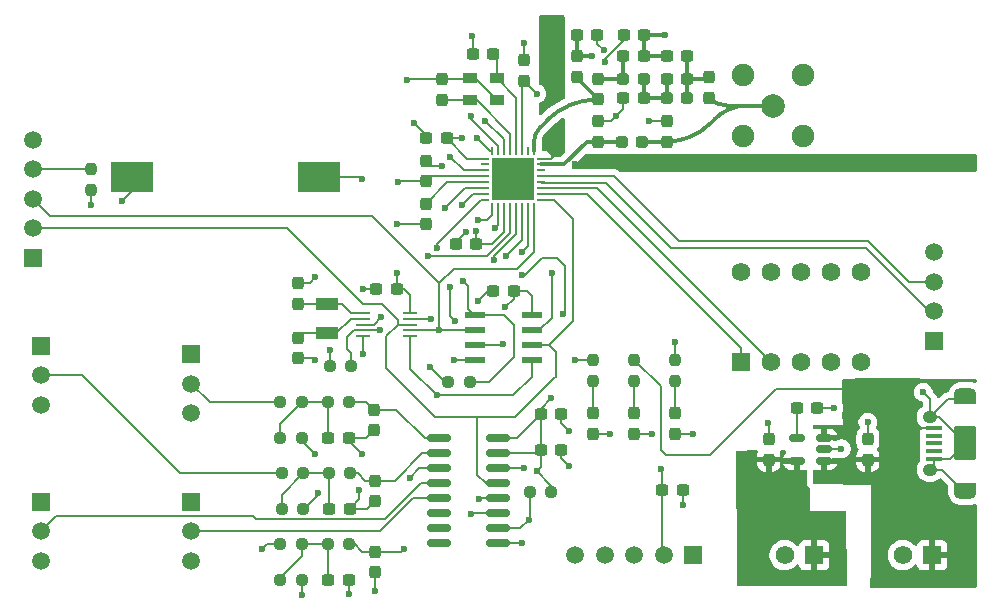
<source format=gbr>
%TF.GenerationSoftware,KiCad,Pcbnew,9.0.0*%
%TF.CreationDate,2025-11-11T18:57:33-05:00*%
%TF.ProjectId,Agi_WSN,4167695f-5753-44e2-9e6b-696361645f70,rev?*%
%TF.SameCoordinates,Original*%
%TF.FileFunction,Copper,L1,Top*%
%TF.FilePolarity,Positive*%
%FSLAX46Y46*%
G04 Gerber Fmt 4.6, Leading zero omitted, Abs format (unit mm)*
G04 Created by KiCad (PCBNEW 9.0.0) date 2025-11-11 18:57:33*
%MOMM*%
%LPD*%
G01*
G04 APERTURE LIST*
G04 Aperture macros list*
%AMRoundRect*
0 Rectangle with rounded corners*
0 $1 Rounding radius*
0 $2 $3 $4 $5 $6 $7 $8 $9 X,Y pos of 4 corners*
0 Add a 4 corners polygon primitive as box body*
4,1,4,$2,$3,$4,$5,$6,$7,$8,$9,$2,$3,0*
0 Add four circle primitives for the rounded corners*
1,1,$1+$1,$2,$3*
1,1,$1+$1,$4,$5*
1,1,$1+$1,$6,$7*
1,1,$1+$1,$8,$9*
0 Add four rect primitives between the rounded corners*
20,1,$1+$1,$2,$3,$4,$5,0*
20,1,$1+$1,$4,$5,$6,$7,0*
20,1,$1+$1,$6,$7,$8,$9,0*
20,1,$1+$1,$8,$9,$2,$3,0*%
G04 Aperture macros list end*
%TA.AperFunction,SMDPad,CuDef*%
%ADD10RoundRect,0.237500X0.237500X-0.300000X0.237500X0.300000X-0.237500X0.300000X-0.237500X-0.300000X0*%
%TD*%
%TA.AperFunction,SMDPad,CuDef*%
%ADD11RoundRect,0.237500X-0.287500X-0.237500X0.287500X-0.237500X0.287500X0.237500X-0.287500X0.237500X0*%
%TD*%
%TA.AperFunction,SMDPad,CuDef*%
%ADD12RoundRect,0.237500X-0.237500X0.300000X-0.237500X-0.300000X0.237500X-0.300000X0.237500X0.300000X0*%
%TD*%
%TA.AperFunction,SMDPad,CuDef*%
%ADD13RoundRect,0.237500X0.300000X0.237500X-0.300000X0.237500X-0.300000X-0.237500X0.300000X-0.237500X0*%
%TD*%
%TA.AperFunction,SMDPad,CuDef*%
%ADD14R,1.220000X0.970000*%
%TD*%
%TA.AperFunction,SMDPad,CuDef*%
%ADD15RoundRect,0.237500X-0.237500X0.250000X-0.237500X-0.250000X0.237500X-0.250000X0.237500X0.250000X0*%
%TD*%
%TA.AperFunction,SMDPad,CuDef*%
%ADD16RoundRect,0.237500X0.237500X-0.287500X0.237500X0.287500X-0.237500X0.287500X-0.237500X-0.287500X0*%
%TD*%
%TA.AperFunction,SMDPad,CuDef*%
%ADD17R,1.676400X0.482600*%
%TD*%
%TA.AperFunction,SMDPad,CuDef*%
%ADD18R,1.900000X1.100000*%
%TD*%
%TA.AperFunction,SMDPad,CuDef*%
%ADD19R,0.254000X0.711200*%
%TD*%
%TA.AperFunction,SMDPad,CuDef*%
%ADD20R,0.711200X0.254000*%
%TD*%
%TA.AperFunction,SMDPad,CuDef*%
%ADD21R,3.606800X3.606800*%
%TD*%
%TA.AperFunction,SMDPad,CuDef*%
%ADD22R,1.219200X0.279400*%
%TD*%
%TA.AperFunction,SMDPad,CuDef*%
%ADD23RoundRect,0.150000X0.512500X0.150000X-0.512500X0.150000X-0.512500X-0.150000X0.512500X-0.150000X0*%
%TD*%
%TA.AperFunction,SMDPad,CuDef*%
%ADD24RoundRect,0.150000X-0.825000X-0.150000X0.825000X-0.150000X0.825000X0.150000X-0.825000X0.150000X0*%
%TD*%
%TA.AperFunction,SMDPad,CuDef*%
%ADD25RoundRect,0.237500X-0.250000X-0.237500X0.250000X-0.237500X0.250000X0.237500X-0.250000X0.237500X0*%
%TD*%
%TA.AperFunction,ComponentPad*%
%ADD26R,1.580000X1.580000*%
%TD*%
%TA.AperFunction,ComponentPad*%
%ADD27C,1.580000*%
%TD*%
%TA.AperFunction,SMDPad,CuDef*%
%ADD28RoundRect,0.237500X0.237500X-0.250000X0.237500X0.250000X-0.237500X0.250000X-0.237500X-0.250000X0*%
%TD*%
%TA.AperFunction,SMDPad,CuDef*%
%ADD29RoundRect,0.237500X0.250000X0.237500X-0.250000X0.237500X-0.250000X-0.237500X0.250000X-0.237500X0*%
%TD*%
%TA.AperFunction,ComponentPad*%
%ADD30C,1.575000*%
%TD*%
%TA.AperFunction,ComponentPad*%
%ADD31R,1.575000X1.575000*%
%TD*%
%TA.AperFunction,ComponentPad*%
%ADD32C,1.508000*%
%TD*%
%TA.AperFunction,ComponentPad*%
%ADD33R,1.508000X1.508000*%
%TD*%
%TA.AperFunction,SMDPad,CuDef*%
%ADD34RoundRect,0.100000X0.575000X-0.100000X0.575000X0.100000X-0.575000X0.100000X-0.575000X-0.100000X0*%
%TD*%
%TA.AperFunction,HeatsinkPad*%
%ADD35O,1.900000X1.000000*%
%TD*%
%TA.AperFunction,SMDPad,CuDef*%
%ADD36R,1.900000X0.875000*%
%TD*%
%TA.AperFunction,HeatsinkPad*%
%ADD37O,1.250000X1.050000*%
%TD*%
%TA.AperFunction,SMDPad,CuDef*%
%ADD38RoundRect,0.250000X0.700000X-1.200000X0.700000X1.200000X-0.700000X1.200000X-0.700000X-1.200000X0*%
%TD*%
%TA.AperFunction,ComponentPad*%
%ADD39C,2.006600*%
%TD*%
%TA.AperFunction,ComponentPad*%
%ADD40C,1.905000*%
%TD*%
%TA.AperFunction,SMDPad,CuDef*%
%ADD41RoundRect,0.237500X-0.300000X-0.237500X0.300000X-0.237500X0.300000X0.237500X-0.300000X0.237500X0*%
%TD*%
%TA.AperFunction,SMDPad,CuDef*%
%ADD42R,3.660000X2.600000*%
%TD*%
%TA.AperFunction,SMDPad,CuDef*%
%ADD43R,3.540000X2.600000*%
%TD*%
%TA.AperFunction,ViaPad*%
%ADD44C,0.600000*%
%TD*%
%TA.AperFunction,Conductor*%
%ADD45C,0.200000*%
%TD*%
%TA.AperFunction,Conductor*%
%ADD46C,0.321500*%
%TD*%
G04 APERTURE END LIST*
D10*
%TO.P,C31,2*%
%TO.N,GND*%
X135255000Y-86286000D03*
%TO.P,C31,1*%
%TO.N,Net-(C25-Pad2)*%
X135255000Y-88011000D03*
%TD*%
%TO.P,C30,1*%
%TO.N,Net-(U4-RX)*%
X129413000Y-88011000D03*
%TO.P,C30,2*%
%TO.N,GND*%
X129413000Y-86286000D03*
%TD*%
D11*
%TO.P,L5,2,2*%
%TO.N,Net-(C25-Pad2)*%
X133209000Y-88037500D03*
%TO.P,L5,1,1*%
%TO.N,Net-(U4-RX)*%
X131459000Y-88037500D03*
%TD*%
D12*
%TO.P,C22,1*%
%TO.N,Net-(U4-VCAP)*%
X114860000Y-93257500D03*
%TO.P,C22,2*%
%TO.N,GND*%
X114860000Y-94982500D03*
%TD*%
D10*
%TO.P,C17,2*%
%TO.N,GND*%
X123165000Y-81127500D03*
%TO.P,C17,1*%
%TO.N,+3.3V*%
X123165000Y-82852500D03*
%TD*%
%TO.P,C33,2*%
%TO.N,GND*%
X116215000Y-82727500D03*
%TO.P,C33,1*%
%TO.N,Net-(U4-OSCIN)*%
X116215000Y-84452500D03*
%TD*%
D13*
%TO.P,C32,2*%
%TO.N,GND*%
X118852500Y-80590000D03*
%TO.P,C32,1*%
%TO.N,Net-(U4-OSCOUT)*%
X120577500Y-80590000D03*
%TD*%
D14*
%TO.P,Y2,4,GND__1*%
%TO.N,GND*%
X120860000Y-84510000D03*
%TO.P,Y2,3*%
%TO.N,Net-(U4-OSCIN)*%
X118570000Y-84510000D03*
%TO.P,Y2,2,GND*%
%TO.N,GND*%
X118570000Y-82670000D03*
%TO.P,Y2,1*%
%TO.N,Net-(U4-OSCOUT)*%
X120860000Y-82670000D03*
%TD*%
D15*
%TO.P,R15,1*%
%TO.N,/MCU/LED*%
X136000000Y-106462500D03*
%TO.P,R15,2*%
%TO.N,Net-(D3-A)*%
X136000000Y-108287500D03*
%TD*%
D16*
%TO.P,D3,1,K*%
%TO.N,GND*%
X136000000Y-112750000D03*
%TO.P,D3,2,A*%
%TO.N,Net-(D3-A)*%
X136000000Y-111000000D03*
%TD*%
D17*
%TO.P,U5,8,VCC*%
%TO.N,+3.3V*%
X123853000Y-102735000D03*
%TO.P,U5,7,\u002AHOLD*%
%TO.N,HOLD*%
X123853000Y-104005000D03*
%TO.P,U5,6,C*%
%TO.N,SCK*%
X123853000Y-105275000D03*
%TO.P,U5,5,D*%
%TO.N,SI*%
X123853000Y-106545000D03*
%TO.P,U5,4,VSS*%
%TO.N,GND*%
X119027000Y-106545000D03*
%TO.P,U5,3,\u002AW*%
%TO.N,!W*%
X119027000Y-105275000D03*
%TO.P,U5,2,Q*%
%TO.N,SO*%
X119027000Y-104005000D03*
%TO.P,U5,1,\u002AS*%
%TO.N,EEPROM_CS*%
X119027000Y-102735000D03*
%TD*%
D18*
%TO.P,Y1,1*%
%TO.N,Net-(U3-X1)*%
X106533100Y-101755002D03*
%TO.P,Y1,2*%
%TO.N,Net-(U3-X2)*%
X106533100Y-104255002D03*
%TD*%
D19*
%TO.P,U4,1,PA2*%
%TO.N,SWDIO*%
X120509501Y-93549500D03*
%TO.P,U4,2,PA3*%
%TO.N,SWCLK*%
X121009500Y-93549500D03*
%TO.P,U4,3,VDD_1*%
%TO.N,+3.3V*%
X121509499Y-93549500D03*
%TO.P,U4,4,PA0*%
%TO.N,RTC_CS*%
X122009500Y-93549500D03*
%TO.P,U4,5,PA11*%
%TO.N,SI*%
X122509500Y-93549500D03*
%TO.P,U4,6,PA10*%
%TO.N,MFP*%
X123009501Y-93549500D03*
%TO.P,U4,7,PA9*%
%TO.N,/MCU/LED*%
X123509500Y-93549500D03*
%TO.P,U4,8,PA8*%
%TO.N,SO*%
X124009499Y-93549500D03*
D20*
%TO.P,U4,9,PB6*%
%TO.N,SCK*%
X124609000Y-92949999D03*
%TO.P,U4,10,PB12*%
%TO.N,/MCU/DIP0*%
X124609000Y-92450000D03*
%TO.P,U4,11,PB13*%
%TO.N,/MCU/DIP1*%
X124609000Y-91950001D03*
%TO.P,U4,12,PB14*%
%TO.N,UART_RX*%
X124609000Y-91450000D03*
%TO.P,U4,13,PB15*%
%TO.N,UART_TX*%
X124609000Y-90950000D03*
%TO.P,U4,14,NC*%
%TO.N,unconnected-(U4-NC-Pad14)*%
X124609000Y-90449999D03*
%TO.P,U4,15,RX*%
%TO.N,Net-(U4-RX)*%
X124609000Y-89950000D03*
%TO.P,U4,16,EXTGND*%
%TO.N,GND*%
X124609000Y-89450001D03*
D19*
%TO.P,U4,17,TX_HP*%
%TO.N,Net-(U4-TX_HP)*%
X124009499Y-88850500D03*
%TO.P,U4,18,TX*%
%TO.N,unconnected-(U4-TX-Pad18)*%
X123509500Y-88850500D03*
%TO.P,U4,19,VDDRF*%
%TO.N,+3.3V*%
X123009501Y-88850500D03*
%TO.P,U4,20,OSCOUT*%
%TO.N,Net-(U4-OSCOUT)*%
X122509500Y-88850500D03*
%TO.P,U4,21,OSCIN*%
%TO.N,Net-(U4-OSCIN)*%
X122009500Y-88850500D03*
%TO.P,U4,22,PA1*%
%TO.N,!W*%
X121509499Y-88850500D03*
%TO.P,U4,23,PB7*%
%TO.N,HOLD*%
X121009500Y-88850500D03*
%TO.P,U4,24,NRST*%
%TO.N,NRST*%
X120509501Y-88850500D03*
D20*
%TO.P,U4,25,VDDSD*%
%TO.N,+3.3V*%
X119910000Y-89450001D03*
%TO.P,U4,26,VLXSD*%
%TO.N,unconnected-(U4-VLXSD-Pad26)*%
X119910000Y-89950000D03*
%TO.P,U4,27,VSSSD*%
%TO.N,GND*%
X119910000Y-90449999D03*
%TO.P,U4,28,VFBSD*%
%TO.N,+3.3V*%
X119910000Y-90950000D03*
%TO.P,U4,29,VCAP*%
%TO.N,Net-(U4-VCAP)*%
X119910000Y-91450000D03*
%TO.P,U4,30,PB0*%
%TO.N,EEPROM_CS*%
X119910000Y-91950001D03*
%TO.P,U4,31,PB1*%
%TO.N,EXT_CS*%
X119910000Y-92450000D03*
%TO.P,U4,32,PB2*%
%TO.N,ADC_CS*%
X119910000Y-92949999D03*
D21*
%TO.P,U4,33,EPAD*%
%TO.N,GND*%
X122259500Y-91200000D03*
%TD*%
D22*
%TO.P,U3,1,X1*%
%TO.N,Net-(U3-X1)*%
X109539200Y-102505000D03*
%TO.P,U3,2,X2*%
%TO.N,Net-(U3-X2)*%
X109539200Y-103005002D03*
%TO.P,U3,3,VBAT*%
%TO.N,Net-(U3-VBAT)*%
X109539200Y-103505001D03*
%TO.P,U3,4,\u002ACS*%
%TO.N,RTC_CS*%
X109539200Y-104005000D03*
%TO.P,U3,5,VSS*%
%TO.N,GND*%
X109539200Y-104505002D03*
%TO.P,U3,6,SI*%
%TO.N,SI*%
X113527000Y-104505002D03*
%TO.P,U3,7,SO*%
%TO.N,SO*%
X113527000Y-104005000D03*
%TO.P,U3,8,SCK*%
%TO.N,SCK*%
X113527000Y-103505001D03*
%TO.P,U3,9,MFP*%
%TO.N,MFP*%
X113527000Y-103005002D03*
%TO.P,U3,10,VCC*%
%TO.N,+3.3V*%
X113527000Y-102505000D03*
%TD*%
D23*
%TO.P,U2,1,IN*%
%TO.N,+5V*%
X148550000Y-115020000D03*
%TO.P,U2,2,GND*%
%TO.N,GND*%
X148550000Y-114070000D03*
%TO.P,U2,3,EN*%
%TO.N,+5V*%
X148550000Y-113120000D03*
%TO.P,U2,4,BP*%
%TO.N,Net-(U2-BP)*%
X146275000Y-113120000D03*
%TO.P,U2,5,OUT*%
%TO.N,+3.3V*%
X146275000Y-115020000D03*
%TD*%
D24*
%TO.P,U1,1,CH0*%
%TO.N,/Sensors/A*%
X116000000Y-113150000D03*
%TO.P,U1,2,CH1*%
%TO.N,/Sensors/B*%
X116000000Y-114420000D03*
%TO.P,U1,3,CH2*%
%TO.N,/Sensors/Therm*%
X116000000Y-115690000D03*
%TO.P,U1,4,CH3*%
%TO.N,Sensor C(5V)*%
X116000000Y-116960000D03*
%TO.P,U1,5,CH4*%
%TO.N,Sensor C(3.3V)*%
X116000000Y-118230000D03*
%TO.P,U1,6,CH5*%
%TO.N,unconnected-(U1-CH5-Pad6)*%
X116000000Y-119500000D03*
%TO.P,U1,7,CH6*%
%TO.N,unconnected-(U1-CH6-Pad7)*%
X116000000Y-120770000D03*
%TO.P,U1,8,CH7*%
%TO.N,unconnected-(U1-CH7-Pad8)*%
X116000000Y-122040000D03*
%TO.P,U1,9,DGND*%
%TO.N,GND*%
X120950000Y-122040000D03*
%TO.P,U1,10,~{CS}/SHDN*%
%TO.N,ADC_CS*%
X120950000Y-120770000D03*
%TO.P,U1,11,Din*%
%TO.N,SI*%
X120950000Y-119500000D03*
%TO.P,U1,12,Dout*%
%TO.N,SO*%
X120950000Y-118230000D03*
%TO.P,U1,13,CLK*%
%TO.N,SCK*%
X120950000Y-116960000D03*
%TO.P,U1,14,AGND*%
%TO.N,GND*%
X120950000Y-115690000D03*
%TO.P,U1,15,Vref*%
%TO.N,+3.3V*%
X120950000Y-114420000D03*
%TO.P,U1,16,Vdd*%
X120950000Y-113150000D03*
%TD*%
D25*
%TO.P,TH1,1*%
%TO.N,Net-(C6-Pad1)*%
X102562500Y-125095000D03*
%TO.P,TH1,2*%
%TO.N,GND*%
X104387500Y-125095000D03*
%TD*%
D26*
%TO.P,S1,1A*%
%TO.N,/MCU/DIP0*%
X141530000Y-106700000D03*
D27*
%TO.P,S1,1B*%
%TO.N,GND*%
X141530000Y-99080000D03*
%TO.P,S1,2A*%
%TO.N,/MCU/DIP1*%
X144070000Y-106700000D03*
%TO.P,S1,2B*%
%TO.N,GND*%
X144070000Y-99080000D03*
%TO.P,S1,3A*%
%TO.N,unconnected-(S1-Pad3A)*%
X146610000Y-106700000D03*
%TO.P,S1,3B*%
%TO.N,GND*%
X146610000Y-99080000D03*
%TO.P,S1,4A*%
%TO.N,unconnected-(S1-Pad4A)*%
X149150000Y-106700000D03*
%TO.P,S1,4B*%
%TO.N,GND*%
X149150000Y-99080000D03*
%TO.P,S1,5A*%
%TO.N,unconnected-(S1-Pad5A)*%
X151690000Y-106700000D03*
%TO.P,S1,5B*%
%TO.N,GND*%
X151690000Y-99080000D03*
%TD*%
D28*
%TO.P,R14,1*%
%TO.N,+3.3V*%
X86530000Y-92120000D03*
%TO.P,R14,2*%
%TO.N,EXT_CS*%
X86530000Y-90295000D03*
%TD*%
D29*
%TO.P,R13,1*%
%TO.N,+3.3V*%
X125482500Y-117700000D03*
%TO.P,R13,2*%
%TO.N,ADC_CS*%
X123657500Y-117700000D03*
%TD*%
D25*
%TO.P,R12,1*%
%TO.N,+3.3V*%
X106727500Y-107010000D03*
%TO.P,R12,2*%
%TO.N,RTC_CS*%
X108552500Y-107010000D03*
%TD*%
%TO.P,R11,1*%
%TO.N,+3.3V*%
X116757500Y-108360000D03*
%TO.P,R11,2*%
%TO.N,EEPROM_CS*%
X118582500Y-108360000D03*
%TD*%
D15*
%TO.P,R10,1*%
%TO.N,+3.3V*%
X129000000Y-106462500D03*
%TO.P,R10,2*%
%TO.N,Net-(D2-A)*%
X129000000Y-108287500D03*
%TD*%
D25*
%TO.P,R9,1*%
%TO.N,Net-(C6-Pad1)*%
X106562500Y-122095000D03*
%TO.P,R9,2*%
%TO.N,/Sensors/Therm*%
X108387500Y-122095000D03*
%TD*%
D15*
%TO.P,R8,1*%
%TO.N,+5V*%
X132500000Y-106462500D03*
%TO.P,R8,2*%
%TO.N,Net-(D1-A)*%
X132500000Y-108287500D03*
%TD*%
D25*
%TO.P,R7,1*%
%TO.N,+3.3V*%
X102562500Y-122095000D03*
%TO.P,R7,2*%
%TO.N,Net-(C6-Pad1)*%
X104387500Y-122095000D03*
%TD*%
%TO.P,R6,1*%
%TO.N,Net-(C4-Pad1)*%
X106650000Y-116095000D03*
%TO.P,R6,2*%
%TO.N,/Sensors/B*%
X108475000Y-116095000D03*
%TD*%
%TO.P,R5,1*%
%TO.N,Net-(C4-Pad1)*%
X102650000Y-119095000D03*
%TO.P,R5,2*%
%TO.N,GND*%
X104475000Y-119095000D03*
%TD*%
%TO.P,R4,1*%
%TO.N,Input A*%
X102650000Y-116095000D03*
%TO.P,R4,2*%
%TO.N,Net-(C4-Pad1)*%
X104475000Y-116095000D03*
%TD*%
%TO.P,R3,1*%
%TO.N,Net-(C2-Pad1)*%
X106562500Y-110095000D03*
%TO.P,R3,2*%
%TO.N,/Sensors/A*%
X108387500Y-110095000D03*
%TD*%
%TO.P,R2,1*%
%TO.N,Net-(C2-Pad1)*%
X102562500Y-113095000D03*
%TO.P,R2,2*%
%TO.N,GND*%
X104387500Y-113095000D03*
%TD*%
%TO.P,R1,1*%
%TO.N,Input B*%
X102562500Y-110095000D03*
%TO.P,R1,2*%
%TO.N,Net-(C2-Pad1)*%
X104387500Y-110095000D03*
%TD*%
D16*
%TO.P,L4,1,1*%
%TO.N,Net-(U4-TX_HP)*%
X127635000Y-82536000D03*
%TO.P,L4,2,2*%
%TO.N,+3.3V*%
X127635000Y-80786000D03*
%TD*%
%TO.P,L3,1,1*%
%TO.N,Net-(U4-TX_HP)*%
X129413000Y-84441000D03*
%TO.P,L3,2,2*%
%TO.N,Net-(C27-Pad1)*%
X129413000Y-82691000D03*
%TD*%
D11*
%TO.P,L2,1,1*%
%TO.N,Net-(C27-Pad1)*%
X131586000Y-82677000D03*
%TO.P,L2,2,2*%
%TO.N,Net-(C24-Pad1)*%
X133336000Y-82677000D03*
%TD*%
%TO.P,L1,1,1*%
%TO.N,Net-(C24-Pad1)*%
X135269000Y-84328000D03*
%TO.P,L1,2,2*%
%TO.N,Net-(C23-Pad1)*%
X137019000Y-84328000D03*
%TD*%
D30*
%TO.P,J10,2,2*%
%TO.N,GND*%
X155250000Y-123025000D03*
D31*
%TO.P,J10,1,1*%
%TO.N,+5V*%
X157750000Y-123025000D03*
%TD*%
D30*
%TO.P,J9,2,2*%
%TO.N,GND*%
X145250000Y-123025000D03*
D31*
%TO.P,J9,1,1*%
%TO.N,+3.3V*%
X147750000Y-123025000D03*
%TD*%
D32*
%TO.P,J8,3,3*%
%TO.N,SO*%
X81590000Y-92860000D03*
%TO.P,J8,4,4*%
%TO.N,EXT_CS*%
X81590000Y-90360000D03*
%TO.P,J8,2,2*%
%TO.N,SCK*%
X81590000Y-95360000D03*
D33*
%TO.P,J8,1,1*%
%TO.N,SI*%
X81590000Y-97860000D03*
D32*
%TO.P,J8,5,5*%
%TO.N,GND*%
X81590000Y-87860000D03*
%TD*%
%TO.P,J7,3,3*%
%TO.N,GND*%
X82250000Y-123500000D03*
%TO.P,J7,2,2*%
%TO.N,Sensor C(5V)*%
X82250000Y-121000000D03*
D33*
%TO.P,J7,1,1*%
%TO.N,+5V*%
X82250000Y-118500000D03*
%TD*%
D32*
%TO.P,J6,3,3*%
%TO.N,GND*%
X82250000Y-110290000D03*
%TO.P,J6,2,2*%
%TO.N,Input A*%
X82250000Y-107790000D03*
D33*
%TO.P,J6,1,1*%
%TO.N,+3.3V*%
X82250000Y-105290000D03*
%TD*%
D32*
%TO.P,J5,3,3*%
%TO.N,GND*%
X95025000Y-111000000D03*
%TO.P,J5,2,2*%
%TO.N,Input B*%
X95025000Y-108500000D03*
D33*
%TO.P,J5,1,1*%
%TO.N,+3.3V*%
X95025000Y-106000000D03*
%TD*%
D32*
%TO.P,J3,3,3*%
%TO.N,SWDIO*%
X132500000Y-123025000D03*
%TO.P,J3,4,4*%
%TO.N,SWCLK*%
X130000000Y-123025000D03*
%TO.P,J3,2,2*%
%TO.N,NRST*%
X135000000Y-123025000D03*
D33*
%TO.P,J3,1,1*%
%TO.N,+3.3V*%
X137500000Y-123025000D03*
D32*
%TO.P,J3,5,5*%
%TO.N,GND*%
X127500000Y-123025000D03*
%TD*%
D34*
%TO.P,J2,1,VBUS*%
%TO.N,+5V*%
X157875000Y-112270000D03*
%TO.P,J2,2,D-*%
%TO.N,unconnected-(J2-D--Pad2)*%
X157875000Y-112920000D03*
%TO.P,J2,3,D+*%
%TO.N,unconnected-(J2-D+-Pad3)*%
X157875000Y-113570000D03*
%TO.P,J2,4,ID*%
%TO.N,unconnected-(J2-ID-Pad4)*%
X157875000Y-114220000D03*
%TO.P,J2,5,GND*%
%TO.N,GND*%
X157875000Y-114870000D03*
D35*
%TO.P,J2,6,Shield*%
X160550000Y-117745000D03*
D36*
X160550000Y-117307500D03*
D37*
X157550000Y-115795000D03*
D38*
X160550000Y-113570000D03*
D37*
X157550000Y-111345000D03*
D36*
X160550000Y-109832500D03*
D35*
X160550000Y-109395000D03*
%TD*%
D39*
%TO.P,J1,1,1*%
%TO.N,Net-(C25-Pad2)*%
X144272000Y-84963000D03*
D40*
%TO.P,J1,2*%
%TO.N,GND*%
X141719300Y-82410300D03*
%TO.P,J1,3*%
X141719300Y-87515700D03*
%TO.P,J1,4*%
X146824700Y-87515700D03*
%TO.P,J1,5*%
X146824700Y-82410300D03*
%TD*%
D16*
%TO.P,D2,1,K*%
%TO.N,GND*%
X129000000Y-112750000D03*
%TO.P,D2,2,A*%
%TO.N,Net-(D2-A)*%
X129000000Y-111000000D03*
%TD*%
%TO.P,D1,1,K*%
%TO.N,GND*%
X132500000Y-112750000D03*
%TO.P,D1,2,A*%
%TO.N,Net-(D1-A)*%
X132500000Y-111000000D03*
%TD*%
D41*
%TO.P,C34,1*%
%TO.N,NRST*%
X134887500Y-117500000D03*
%TO.P,C34,2*%
%TO.N,GND*%
X136612500Y-117500000D03*
%TD*%
%TO.P,C29,1*%
%TO.N,+3.3V*%
X127661500Y-78994000D03*
%TO.P,C29,2*%
%TO.N,GND*%
X129386500Y-78994000D03*
%TD*%
%TO.P,C28,1*%
%TO.N,+3.3V*%
X131612500Y-78994000D03*
%TO.P,C28,2*%
%TO.N,GND*%
X133337500Y-78994000D03*
%TD*%
%TO.P,C27,1*%
%TO.N,Net-(C27-Pad1)*%
X131598500Y-80772000D03*
%TO.P,C27,2*%
%TO.N,GND*%
X133323500Y-80772000D03*
%TD*%
%TO.P,C26,1*%
%TO.N,Net-(C24-Pad1)*%
X135281500Y-82677000D03*
%TO.P,C26,2*%
%TO.N,Net-(C23-Pad1)*%
X137006500Y-82677000D03*
%TD*%
D12*
%TO.P,C25,1*%
%TO.N,Net-(C23-Pad1)*%
X138811000Y-82576500D03*
%TO.P,C25,2*%
%TO.N,Net-(C25-Pad2)*%
X138811000Y-84301500D03*
%TD*%
D13*
%TO.P,C24,1*%
%TO.N,Net-(C24-Pad1)*%
X133323500Y-84328000D03*
%TO.P,C24,2*%
%TO.N,GND*%
X131598500Y-84328000D03*
%TD*%
%TO.P,C23,1*%
%TO.N,Net-(C23-Pad1)*%
X137006500Y-80772000D03*
%TO.P,C23,2*%
%TO.N,GND*%
X135281500Y-80772000D03*
%TD*%
%TO.P,C19,1*%
%TO.N,+3.3V*%
X119122000Y-96700000D03*
%TO.P,C19,2*%
%TO.N,GND*%
X117397000Y-96700000D03*
%TD*%
%TO.P,C18,1*%
%TO.N,+3.3V*%
X116622000Y-87700000D03*
%TO.P,C18,2*%
%TO.N,GND*%
X114897000Y-87700000D03*
%TD*%
D10*
%TO.P,C16,1*%
%TO.N,+3.3V*%
X114880000Y-91352500D03*
%TO.P,C16,2*%
%TO.N,GND*%
X114880000Y-89627500D03*
%TD*%
D13*
%TO.P,C15,1*%
%TO.N,+3.3V*%
X122302500Y-100640000D03*
%TO.P,C15,2*%
%TO.N,GND*%
X120577500Y-100640000D03*
%TD*%
D12*
%TO.P,C14,1*%
%TO.N,Net-(U3-X2)*%
X104033100Y-104642502D03*
%TO.P,C14,2*%
%TO.N,GND*%
X104033100Y-106367502D03*
%TD*%
D10*
%TO.P,C13,1*%
%TO.N,Net-(U3-X1)*%
X104033100Y-101730002D03*
%TO.P,C13,2*%
%TO.N,GND*%
X104033100Y-100005002D03*
%TD*%
D13*
%TO.P,C12,1*%
%TO.N,+3.3V*%
X112395600Y-100505002D03*
%TO.P,C12,2*%
%TO.N,GND*%
X110670600Y-100505002D03*
%TD*%
D10*
%TO.P,C11,1*%
%TO.N,+3.3V*%
X143912500Y-114932500D03*
%TO.P,C11,2*%
%TO.N,GND*%
X143912500Y-113207500D03*
%TD*%
D41*
%TO.P,C10,1*%
%TO.N,Net-(U2-BP)*%
X146300000Y-110570000D03*
%TO.P,C10,2*%
%TO.N,GND*%
X148025000Y-110570000D03*
%TD*%
D10*
%TO.P,C9,1*%
%TO.N,+5V*%
X152300000Y-114932500D03*
%TO.P,C9,2*%
%TO.N,GND*%
X152300000Y-113207500D03*
%TD*%
D41*
%TO.P,C8,1*%
%TO.N,+3.3V*%
X124612500Y-111095000D03*
%TO.P,C8,2*%
%TO.N,GND*%
X126337500Y-111095000D03*
%TD*%
D12*
%TO.P,C7,1*%
%TO.N,/Sensors/Therm*%
X110562500Y-122732500D03*
%TO.P,C7,2*%
%TO.N,GND*%
X110562500Y-124457500D03*
%TD*%
D41*
%TO.P,C6,1*%
%TO.N,Net-(C6-Pad1)*%
X106612500Y-125095000D03*
%TO.P,C6,2*%
%TO.N,GND*%
X108337500Y-125095000D03*
%TD*%
D12*
%TO.P,C5,1*%
%TO.N,/Sensors/B*%
X110562500Y-116732500D03*
%TO.P,C5,2*%
%TO.N,GND*%
X110562500Y-118457500D03*
%TD*%
D41*
%TO.P,C4,1*%
%TO.N,Net-(C4-Pad1)*%
X106700000Y-119095000D03*
%TO.P,C4,2*%
%TO.N,GND*%
X108425000Y-119095000D03*
%TD*%
D12*
%TO.P,C3,1*%
%TO.N,/Sensors/A*%
X110475000Y-110732500D03*
%TO.P,C3,2*%
%TO.N,GND*%
X110475000Y-112457500D03*
%TD*%
D41*
%TO.P,C2,1*%
%TO.N,Net-(C2-Pad1)*%
X106612500Y-113095000D03*
%TO.P,C2,2*%
%TO.N,GND*%
X108337500Y-113095000D03*
%TD*%
%TO.P,C1,1*%
%TO.N,+3.3V*%
X124612500Y-114095000D03*
%TO.P,C1,2*%
%TO.N,GND*%
X126337500Y-114095000D03*
%TD*%
D42*
%TO.P,BT1,N*%
%TO.N,GND*%
X90030000Y-91010000D03*
D43*
%TO.P,BT1,P*%
%TO.N,Net-(U3-VBAT)*%
X105830000Y-91010000D03*
%TD*%
D32*
%TO.P,J4,3,3*%
%TO.N,GND*%
X95000000Y-123500000D03*
%TO.P,J4,2,2*%
%TO.N,Sensor C(3.3V)*%
X95000000Y-121000000D03*
D33*
%TO.P,J4,1,1*%
%TO.N,+3.3V*%
X95000000Y-118500000D03*
%TD*%
D32*
%TO.P,J11,3,3*%
%TO.N,UART_TX*%
X157910000Y-99870000D03*
%TO.P,J11,4,4*%
%TO.N,GND*%
X157910000Y-97370000D03*
%TO.P,J11,2,2*%
%TO.N,UART_RX*%
X157910000Y-102370000D03*
D33*
%TO.P,J11,1,1*%
%TO.N,+3.3V*%
X157910000Y-104870000D03*
%TD*%
D44*
%TO.N,GND*%
X125603518Y-78230272D03*
X120954800Y-92557600D03*
X120853200Y-89763600D03*
X123698000Y-92557600D03*
X122259500Y-91200000D03*
%TO.N,+3.3V*%
X121564400Y-102057200D03*
X124256800Y-115925600D03*
%TO.N,GND*%
X143814800Y-111810800D03*
X133807200Y-86309200D03*
X130962400Y-85852000D03*
X135128000Y-78994000D03*
%TO.N,+3.3V*%
X130048000Y-81280000D03*
%TO.N,GND*%
X129921000Y-80264000D03*
%TO.N,+3.3V*%
X128905000Y-80772000D03*
%TO.N,GND*%
X159385000Y-89916000D03*
X160401000Y-89916000D03*
X155194000Y-89916000D03*
X158242000Y-89916000D03*
X156210000Y-89916000D03*
X157226000Y-89916000D03*
X151003000Y-89916000D03*
X154051000Y-89916000D03*
X152019000Y-89916000D03*
X153035000Y-89916000D03*
X146812000Y-89916000D03*
X149860000Y-89916000D03*
X147828000Y-89916000D03*
X148844000Y-89916000D03*
X142748000Y-89916000D03*
X145796000Y-89916000D03*
X143764000Y-89916000D03*
X144780000Y-89916000D03*
X138684000Y-89916000D03*
X141732000Y-89916000D03*
X139700000Y-89916000D03*
X140716000Y-89916000D03*
X134620000Y-89916000D03*
X137668000Y-89916000D03*
X135636000Y-89916000D03*
X136652000Y-89916000D03*
X130556000Y-89916000D03*
X133604000Y-89916000D03*
X131572000Y-89916000D03*
X132588000Y-89916000D03*
X128524000Y-89916000D03*
X129540000Y-89916000D03*
X127508000Y-89916000D03*
X125603000Y-88011000D03*
X125603000Y-83058000D03*
X125603000Y-87122000D03*
X125603000Y-83947000D03*
X125603000Y-82042000D03*
X125603000Y-81026000D03*
X125603000Y-80010000D03*
X125603000Y-79121000D03*
X156972000Y-109220000D03*
X136630000Y-118750000D03*
%TO.N,+3.3V*%
X115200000Y-107070000D03*
%TO.N,ADC_CS*%
X117330000Y-103190000D03*
X116910000Y-100300000D03*
%TO.N,Net-(U3-VBAT)*%
X111071734Y-102898266D03*
%TO.N,GND*%
X89150000Y-93070000D03*
%TO.N,Net-(U3-VBAT)*%
X109500000Y-91200000D03*
%TO.N,+3.3V*%
X124240000Y-83950000D03*
X112490000Y-91460000D03*
%TO.N,/MCU/LED*%
X126520000Y-102590000D03*
X135930000Y-104990000D03*
X123000000Y-99280000D03*
%TO.N,GND*%
X123170000Y-79690000D03*
%TO.N,+3.3V*%
X106760000Y-105680000D03*
X86530000Y-93390000D03*
%TO.N,GND*%
X126140000Y-88790000D03*
%TO.N,!W*%
X121410000Y-105180000D03*
%TO.N,HOLD*%
X125530000Y-99140000D03*
%TO.N,SO*%
X116027000Y-104005000D03*
X119360000Y-118240000D03*
%TO.N,SI*%
X118680000Y-119520000D03*
%TO.N,ADC_CS*%
X123600000Y-120020000D03*
%TO.N,EEPROM_CS*%
X118035735Y-99785735D03*
X116530000Y-93610000D03*
%TO.N,EXT_CS*%
X117900000Y-93410000D03*
%TO.N,ADC_CS*%
X115840000Y-97010000D03*
%TO.N,GND*%
X118240000Y-95700000D03*
%TO.N,RTC_CS*%
X110960000Y-103930000D03*
%TO.N,MFP*%
X115280000Y-103000000D03*
%TO.N,RTC_CS*%
X115020000Y-97730000D03*
%TO.N,SI*%
X120670000Y-98000000D03*
%TO.N,MFP*%
X121640000Y-97720000D03*
%TO.N,/MCU/LED*%
X122970000Y-97390000D03*
%TO.N,SWDIO*%
X119270000Y-94640000D03*
%TO.N,SWCLK*%
X120740000Y-95360000D03*
%TO.N,+3.3V*%
X119140000Y-95580000D03*
%TO.N,GND*%
X112430000Y-95020000D03*
X116220000Y-90080000D03*
X116910000Y-89290000D03*
%TO.N,NRST*%
X119210000Y-87750000D03*
%TO.N,HOLD*%
X118710000Y-85870000D03*
%TO.N,!W*%
X119920000Y-86240000D03*
%TO.N,GND*%
X113235000Y-82780000D03*
X118795000Y-79090000D03*
%TO.N,+3.3V*%
X117899500Y-87730000D03*
%TO.N,GND*%
X113879500Y-86450000D03*
%TO.N,SI*%
X115777000Y-109505000D03*
%TO.N,+3.3V*%
X125500000Y-109750000D03*
%TO.N,GND*%
X117277000Y-106505000D03*
X119310000Y-101500000D03*
%TO.N,NRST*%
X134750000Y-115750000D03*
%TO.N,+3.3V*%
X127500000Y-106500000D03*
%TO.N,GND*%
X149412500Y-110570000D03*
X150050000Y-114020000D03*
X152300000Y-111770000D03*
X137500000Y-112750000D03*
X134000000Y-112750000D03*
X130500000Y-112750000D03*
X127000000Y-112500000D03*
X127000000Y-115500000D03*
X123190000Y-115690000D03*
X123000000Y-122000000D03*
%TO.N,+3.3V*%
X112395600Y-99136400D03*
%TO.N,GND*%
X109527000Y-106005000D03*
X109527000Y-100505000D03*
X105527000Y-99505000D03*
X105527000Y-106505000D03*
X109500000Y-114500000D03*
X105500000Y-114500000D03*
X110562500Y-126062500D03*
X104387500Y-126387500D03*
%TO.N,+3.3V*%
X101000000Y-122500000D03*
%TO.N,GND*%
X105750000Y-117750000D03*
X109250000Y-117500000D03*
%TO.N,/Sensors/Therm*%
X113000000Y-122500000D03*
X113500000Y-116500000D03*
%TO.N,GND*%
X108337500Y-126337500D03*
%TD*%
D45*
%TO.N,+5V*%
X157875000Y-112270000D02*
X156516800Y-112270000D01*
%TO.N,+3.3V*%
X125482500Y-117151300D02*
X124256800Y-115925600D01*
X125482500Y-117700000D02*
X125482500Y-117151300D01*
X122302500Y-101319100D02*
X121564400Y-102057200D01*
X122302500Y-100640000D02*
X122302500Y-101319100D01*
X124612500Y-115569900D02*
X124256800Y-115925600D01*
X124612500Y-114095000D02*
X124612500Y-115569900D01*
%TO.N,GND*%
X143912500Y-111908500D02*
X143814800Y-111810800D01*
X143912500Y-113207500D02*
X143912500Y-111908500D01*
X133830400Y-86286000D02*
X133807200Y-86309200D01*
X135255000Y-86286000D02*
X133830400Y-86286000D01*
X130528400Y-86286000D02*
X130962400Y-85852000D01*
X129413000Y-86286000D02*
X130528400Y-86286000D01*
X131598500Y-85215900D02*
X130962400Y-85852000D01*
X131598500Y-84328000D02*
X131598500Y-85215900D01*
D46*
X133337500Y-78994000D02*
X135128000Y-78994000D01*
D45*
%TO.N,+3.3V*%
X130048000Y-80986943D02*
X130048000Y-81280000D01*
X131612500Y-79422443D02*
X130048000Y-80986943D01*
X131612500Y-78994000D02*
X131612500Y-79422443D01*
%TO.N,GND*%
X129386500Y-79729500D02*
X129921000Y-80264000D01*
X129386500Y-78994000D02*
X129386500Y-79729500D01*
D46*
%TO.N,+3.3V*%
X128891000Y-80786000D02*
X128905000Y-80772000D01*
X127635000Y-80786000D02*
X128891000Y-80786000D01*
X127635000Y-79057977D02*
G75*
G02*
X127661507Y-78994007I90500J-23D01*
G01*
X127635000Y-80786000D02*
X127635000Y-79057977D01*
%TO.N,Net-(U4-TX_HP)*%
X127724803Y-82752802D02*
X129413000Y-84441000D01*
X127635000Y-82536000D02*
G75*
G03*
X127724804Y-82752801I306600J0D01*
G01*
X125100849Y-86227152D02*
X124587000Y-86741000D01*
X129413000Y-84441000D02*
G75*
G03*
X125100849Y-86227152I0J-6098300D01*
G01*
%TO.N,GND*%
X133323500Y-79027799D02*
G75*
G02*
X133337500Y-78994000I47800J-1D01*
G01*
X133323500Y-80772000D02*
X133323500Y-79027799D01*
X135281500Y-80772000D02*
X133323500Y-80772000D01*
%TO.N,Net-(C25-Pad2)*%
X140408002Y-84963000D02*
X144272000Y-84963000D01*
X138811000Y-84301500D02*
G75*
G03*
X140408002Y-84962999I1597000J1597000D01*
G01*
X139319000Y-86106000D02*
G75*
G02*
X142078446Y-84963019I2759400J-2759400D01*
G01*
X138940643Y-86484356D02*
X139319000Y-86106000D01*
X142078446Y-84963000D02*
X144272000Y-84963000D01*
X135255000Y-88011000D02*
G75*
G03*
X138940646Y-86484359I0J5212300D01*
G01*
%TO.N,Net-(C23-Pad1)*%
X137006500Y-82677000D02*
X138837500Y-82677000D01*
X137019000Y-82707178D02*
G75*
G03*
X137006493Y-82677007I-42700J-22D01*
G01*
X137019000Y-84328000D02*
X137019000Y-82707178D01*
X137006500Y-80772000D02*
X137006500Y-82677000D01*
%TO.N,Net-(C24-Pad1)*%
X135269000Y-82707178D02*
G75*
G02*
X135281507Y-82677007I42700J-22D01*
G01*
X135269000Y-84328000D02*
X135269000Y-82707178D01*
X133323500Y-84328000D02*
X135269000Y-84328000D01*
X133336000Y-84297822D02*
G75*
G02*
X133323493Y-84327993I-42700J22D01*
G01*
X133336000Y-82677000D02*
X133336000Y-84297822D01*
%TO.N,Net-(C27-Pad1)*%
X131598500Y-82646822D02*
G75*
G02*
X131585993Y-82676993I-42700J22D01*
G01*
X131598500Y-80772000D02*
X131598500Y-82646822D01*
X131552201Y-82691000D02*
G75*
G03*
X131586000Y-82677000I-1J47800D01*
G01*
X129413000Y-82691000D02*
X131552201Y-82691000D01*
%TO.N,Net-(U4-TX_HP)*%
X124009499Y-88850500D02*
X124009499Y-88135211D01*
X124009499Y-88135211D02*
G75*
G02*
X124586997Y-86740997I1971701J11D01*
G01*
%TO.N,Net-(C25-Pad2)*%
X135255000Y-88011000D02*
X135324108Y-88011000D01*
X135228500Y-88037500D02*
X135255000Y-88011000D01*
X133209000Y-88037500D02*
X135228500Y-88037500D01*
%TO.N,Net-(U4-RX)*%
X131432500Y-88011000D02*
X131459000Y-88037500D01*
X129413000Y-88011000D02*
X131432500Y-88011000D01*
X128477144Y-88011000D02*
X129413000Y-88011000D01*
X126538144Y-89950000D02*
X128477144Y-88011000D01*
X124609000Y-89950000D02*
X126538144Y-89950000D01*
D45*
%TO.N,/MCU/DIP0*%
X128518000Y-92450000D02*
X141530000Y-105462000D01*
X141530000Y-105462000D02*
X141530000Y-106700000D01*
X124609000Y-92450000D02*
X128518000Y-92450000D01*
%TO.N,UART_TX*%
X130828000Y-90950000D02*
X124609000Y-90950000D01*
X152278550Y-96393000D02*
X136271000Y-96393000D01*
X136271000Y-96393000D02*
X130828000Y-90950000D01*
X155755550Y-99870000D02*
X152278550Y-96393000D01*
X157910000Y-99870000D02*
X155755550Y-99870000D01*
%TO.N,UART_RX*%
X157440000Y-102370000D02*
X157910000Y-102370000D01*
X135636000Y-97028000D02*
X152098000Y-97028000D01*
X152098000Y-97028000D02*
X157440000Y-102370000D01*
X125265600Y-91549001D02*
X130157001Y-91549001D01*
X125265600Y-91522001D02*
X125265600Y-91549001D01*
X124681001Y-91522001D02*
X125265600Y-91522001D01*
X124609000Y-91450000D02*
X124681001Y-91522001D01*
X130157001Y-91549001D02*
X135636000Y-97028000D01*
%TO.N,GND*%
X157550000Y-109798000D02*
X156972000Y-109220000D01*
X157550000Y-111345000D02*
X157550000Y-109798000D01*
X160628618Y-110146475D02*
X160654912Y-110169000D01*
X160550000Y-110067857D02*
X160628618Y-110146475D01*
X160550000Y-109832500D02*
X160550000Y-110067857D01*
X159062500Y-109832500D02*
X157550000Y-111345000D01*
X160550000Y-109832500D02*
X159062500Y-109832500D01*
X158325000Y-111345000D02*
X157550000Y-111345000D01*
X160550000Y-113570000D02*
X158325000Y-111345000D01*
X157875000Y-114870000D02*
X159250000Y-114870000D01*
X159250000Y-114870000D02*
X160550000Y-113570000D01*
X157875000Y-115470000D02*
X157550000Y-115795000D01*
X157875000Y-114870000D02*
X157875000Y-115470000D01*
X158600000Y-115795000D02*
X157550000Y-115795000D01*
X160550000Y-117745000D02*
X158600000Y-115795000D01*
%TO.N,+5V*%
X135190000Y-114570000D02*
X138970000Y-114570000D01*
X134750000Y-114130000D02*
X135190000Y-114570000D01*
X134750000Y-108712500D02*
X134750000Y-114130000D01*
X138970000Y-114570000D02*
X144550000Y-108990000D01*
X132500000Y-106462500D02*
X134750000Y-108712500D01*
X144550000Y-108990000D02*
X150980000Y-108990000D01*
X152300000Y-115120000D02*
X152300000Y-114932500D01*
%TO.N,GND*%
X136612500Y-118732500D02*
X136630000Y-118750000D01*
X136612500Y-117500000D02*
X136612500Y-118732500D01*
%TO.N,+3.3V*%
X116490000Y-108360000D02*
X115200000Y-107070000D01*
X116757500Y-108360000D02*
X116490000Y-108360000D01*
%TO.N,ADC_CS*%
X116910000Y-100300000D02*
X116910000Y-102770000D01*
X116910000Y-102770000D02*
X117330000Y-103190000D01*
%TO.N,EEPROM_CS*%
X118460000Y-102168000D02*
X119027000Y-102735000D01*
X118035735Y-99785735D02*
X118460000Y-100210000D01*
X118460000Y-100210000D02*
X118460000Y-102168000D01*
%TO.N,ADC_CS*%
X119580001Y-92949999D02*
X119910000Y-92949999D01*
X115840000Y-96690000D02*
X119580001Y-92949999D01*
X115840000Y-97010000D02*
X115840000Y-96690000D01*
%TO.N,SCK*%
X111145000Y-101755000D02*
X112526999Y-103136999D01*
X109527000Y-101755000D02*
X111145000Y-101755000D01*
X103132000Y-95360000D02*
X109527000Y-101755000D01*
X112526999Y-103136999D02*
X112526999Y-103505001D01*
X81590000Y-95360000D02*
X103132000Y-95360000D01*
%TO.N,Net-(U3-VBAT)*%
X110464999Y-103505001D02*
X109539200Y-103505001D01*
X111071734Y-102898266D02*
X110464999Y-103505001D01*
%TO.N,GND*%
X90030000Y-92190000D02*
X89150000Y-93070000D01*
X90030000Y-91010000D02*
X90030000Y-92190000D01*
%TO.N,Net-(U3-VBAT)*%
X109310000Y-91010000D02*
X109500000Y-91200000D01*
X105830000Y-91010000D02*
X109310000Y-91010000D01*
%TO.N,+3.3V*%
X123165000Y-82875000D02*
X124240000Y-83950000D01*
X123165000Y-82852500D02*
X123165000Y-82875000D01*
X112597500Y-91352500D02*
X112490000Y-91460000D01*
X114880000Y-91352500D02*
X112597500Y-91352500D01*
%TO.N,/MCU/LED*%
X135930000Y-104990000D02*
X135930000Y-106392500D01*
X126640000Y-102480000D02*
X126530000Y-102590000D01*
X126640000Y-98540000D02*
X126640000Y-102480000D01*
X126020000Y-97920000D02*
X126640000Y-98540000D01*
X125970000Y-97870000D02*
X126020000Y-97920000D01*
X124700000Y-97870000D02*
X125970000Y-97870000D01*
X123000000Y-99280000D02*
X123290000Y-99280000D01*
X126530000Y-102590000D02*
X126520000Y-102590000D01*
X123290000Y-99280000D02*
X124700000Y-97870000D01*
X135930000Y-106392500D02*
X136000000Y-106462500D01*
%TO.N,GND*%
X123165000Y-79695000D02*
X123170000Y-79690000D01*
X123165000Y-81127500D02*
X123165000Y-79695000D01*
%TO.N,RTC_CS*%
X122009500Y-95747600D02*
X122009500Y-93549500D01*
X120027100Y-97730000D02*
X122009500Y-95747600D01*
X115020000Y-97730000D02*
X120027100Y-97730000D01*
%TO.N,EEPROM_CS*%
X121495000Y-102735000D02*
X119027000Y-102735000D01*
X122340000Y-103580000D02*
X121495000Y-102735000D01*
X122340000Y-106240000D02*
X122340000Y-103580000D01*
X120220000Y-108360000D02*
X122340000Y-106240000D01*
X118582500Y-108360000D02*
X120220000Y-108360000D01*
%TO.N,+3.3V*%
X106727500Y-105712500D02*
X106760000Y-105680000D01*
X106727500Y-107010000D02*
X106727500Y-105712500D01*
%TO.N,RTC_CS*%
X108775000Y-104005000D02*
X109539200Y-104005000D01*
X108190000Y-104590000D02*
X108775000Y-104005000D01*
X108190000Y-105550000D02*
X108190000Y-104590000D01*
X108552500Y-105912500D02*
X108190000Y-105550000D01*
X108552500Y-107010000D02*
X108552500Y-105912500D01*
%TO.N,+3.3V*%
X86530000Y-92120000D02*
X86530000Y-93390000D01*
%TO.N,EXT_CS*%
X86230000Y-90360000D02*
X86560000Y-90030000D01*
X81590000Y-90360000D02*
X86230000Y-90360000D01*
%TO.N,ADC_CS*%
X123657500Y-119962500D02*
X123657500Y-117700000D01*
X123600000Y-120020000D02*
X123657500Y-119962500D01*
%TO.N,GND*%
X125479999Y-89450001D02*
X126140000Y-88790000D01*
X124609000Y-89450001D02*
X125479999Y-89450001D01*
%TO.N,!W*%
X121315000Y-105275000D02*
X119027000Y-105275000D01*
X121410000Y-105180000D02*
X121315000Y-105275000D01*
%TO.N,HOLD*%
X125530000Y-102924900D02*
X124449900Y-104005000D01*
X125530000Y-99140000D02*
X125530000Y-102924900D01*
X124449900Y-104005000D02*
X123853000Y-104005000D01*
%TO.N,SO*%
X119370000Y-118230000D02*
X119360000Y-118240000D01*
X120950000Y-118230000D02*
X119370000Y-118230000D01*
%TO.N,SCK*%
X119230000Y-111330000D02*
X119210000Y-111310000D01*
X119230000Y-116214999D02*
X119230000Y-111330000D01*
X120950000Y-116960000D02*
X119975001Y-116960000D01*
X119210000Y-111310000D02*
X122450000Y-111310000D01*
X119975001Y-116960000D02*
X119230000Y-116214999D01*
%TO.N,SI*%
X118700000Y-119500000D02*
X118680000Y-119520000D01*
X120950000Y-119500000D02*
X118700000Y-119500000D01*
%TO.N,ADC_CS*%
X122850000Y-120770000D02*
X123600000Y-120020000D01*
X120950000Y-120770000D02*
X122850000Y-120770000D01*
%TO.N,EEPROM_CS*%
X118189999Y-91950001D02*
X116530000Y-93610000D01*
X119910000Y-91950001D02*
X118189999Y-91950001D01*
%TO.N,EXT_CS*%
X118860000Y-92450000D02*
X117900000Y-93410000D01*
X119910000Y-92450000D02*
X118860000Y-92450000D01*
%TO.N,GND*%
X114822500Y-95020000D02*
X114860000Y-94982500D01*
X112430000Y-95020000D02*
X114822500Y-95020000D01*
X117397000Y-96543000D02*
X118240000Y-95700000D01*
X117397000Y-96700000D02*
X117397000Y-96543000D01*
%TO.N,RTC_CS*%
X110960000Y-103930000D02*
X110885000Y-104005000D01*
X110885000Y-104005000D02*
X109539200Y-104005000D01*
%TO.N,MFP*%
X113532002Y-103000000D02*
X113527000Y-103005002D01*
X115280000Y-103000000D02*
X113532002Y-103000000D01*
%TO.N,SI*%
X120670000Y-97668526D02*
X120670000Y-98000000D01*
X122509500Y-95829026D02*
X120670000Y-97668526D01*
X122509500Y-93549500D02*
X122509500Y-95829026D01*
%TO.N,MFP*%
X123009501Y-96350499D02*
X121640000Y-97720000D01*
X123009501Y-93549500D02*
X123009501Y-96350499D01*
%TO.N,/MCU/LED*%
X123509500Y-96850500D02*
X122970000Y-97390000D01*
X123509500Y-93549500D02*
X123509500Y-96850500D01*
%TO.N,SO*%
X117242000Y-98790000D02*
X116027000Y-100005000D01*
X122620000Y-98790000D02*
X117242000Y-98790000D01*
X124009499Y-97400501D02*
X122620000Y-98790000D01*
X124009499Y-93549500D02*
X124009499Y-97400501D01*
%TO.N,SCK*%
X125719999Y-92949999D02*
X124609000Y-92949999D01*
X127330000Y-103242000D02*
X127330000Y-94560000D01*
X127330000Y-94560000D02*
X125719999Y-92949999D01*
X125297000Y-105275000D02*
X127330000Y-103242000D01*
%TO.N,SWDIO*%
X120080000Y-94640000D02*
X119270000Y-94640000D01*
X120509501Y-94210499D02*
X120080000Y-94640000D01*
X120509501Y-93549500D02*
X120509501Y-94210499D01*
%TO.N,SWCLK*%
X121009500Y-95090500D02*
X120740000Y-95360000D01*
X121009500Y-93549500D02*
X121009500Y-95090500D01*
%TO.N,+3.3V*%
X119140000Y-95580000D02*
X119140000Y-96682000D01*
X119140000Y-96682000D02*
X119122000Y-96700000D01*
%TO.N,GND*%
X119310000Y-101492000D02*
X120162000Y-100640000D01*
X120162000Y-100640000D02*
X120577500Y-100640000D01*
X119310000Y-101500000D02*
X119310000Y-101492000D01*
%TO.N,+3.3V*%
X121509499Y-95680501D02*
X121509499Y-93549500D01*
X120490000Y-96700000D02*
X121509499Y-95680501D01*
X119122000Y-96700000D02*
X120490000Y-96700000D01*
%TO.N,Net-(U4-VCAP)*%
X114860000Y-93257500D02*
X116667500Y-91450000D01*
X116667500Y-91450000D02*
X119910000Y-91450000D01*
%TO.N,GND*%
X115332500Y-90080000D02*
X114880000Y-89627500D01*
X116220000Y-90080000D02*
X115332500Y-90080000D01*
%TO.N,+3.3V*%
X115282500Y-90950000D02*
X119910000Y-90950000D01*
X114880000Y-91352500D02*
X115282500Y-90950000D01*
%TO.N,GND*%
X118069999Y-90449999D02*
X116910000Y-89290000D01*
X119910000Y-90449999D02*
X118069999Y-90449999D01*
%TO.N,NRST*%
X120310500Y-88850500D02*
X119210000Y-87750000D01*
X120509501Y-88850500D02*
X120310500Y-88850500D01*
%TO.N,HOLD*%
X118710000Y-86120000D02*
X118710000Y-85870000D01*
X121009500Y-88419500D02*
X118710000Y-86120000D01*
X121009500Y-88850500D02*
X121009500Y-88419500D01*
%TO.N,!W*%
X121509499Y-87829499D02*
X119920000Y-86240000D01*
X121509499Y-88850500D02*
X121509499Y-87829499D01*
%TO.N,Net-(U4-OSCIN)*%
X122009500Y-88850500D02*
X122009500Y-87356500D01*
X122009500Y-87356500D02*
X119163000Y-84510000D01*
X119163000Y-84510000D02*
X118570000Y-84510000D01*
%TO.N,+3.3V*%
X123009501Y-83007999D02*
X123165000Y-82852500D01*
X123009501Y-88850500D02*
X123009501Y-83007999D01*
%TO.N,Net-(U4-OSCOUT)*%
X122509500Y-84319500D02*
X122509500Y-88850500D01*
X120860000Y-82670000D02*
X122509500Y-84319500D01*
%TO.N,GND*%
X119020000Y-82670000D02*
X120860000Y-84510000D01*
X118570000Y-82670000D02*
X119020000Y-82670000D01*
X118852500Y-80590000D02*
X118852500Y-79147500D01*
X116215000Y-82727500D02*
X113287500Y-82727500D01*
%TO.N,Net-(U4-OSCOUT)*%
X120860000Y-80872500D02*
X120577500Y-80590000D01*
%TO.N,Net-(U4-OSCIN)*%
X116215000Y-84452500D02*
X118512500Y-84452500D01*
%TO.N,Net-(U4-OSCOUT)*%
X120860000Y-82670000D02*
X120860000Y-80872500D01*
%TO.N,GND*%
X116215000Y-82727500D02*
X118512500Y-82727500D01*
%TO.N,+3.3V*%
X117869500Y-87700000D02*
X117899500Y-87730000D01*
X116622000Y-87700000D02*
X117869500Y-87700000D01*
X118372001Y-89450001D02*
X116622000Y-87700000D01*
X119910000Y-89450001D02*
X118372001Y-89450001D01*
%TO.N,GND*%
X114897000Y-87467500D02*
X113879500Y-86450000D01*
X114897000Y-87700000D02*
X114897000Y-87467500D01*
%TO.N,+3.3V*%
X123009501Y-88870001D02*
X123019500Y-88880000D01*
X123009501Y-88850500D02*
X123009501Y-88870001D01*
%TO.N,Net-(U4-OSCOUT)*%
X122483500Y-88824500D02*
X122509500Y-88850500D01*
%TO.N,/MCU/LED*%
X123509500Y-93549500D02*
X123509500Y-93730000D01*
%TO.N,SCK*%
X125870000Y-105848000D02*
X125766000Y-105744000D01*
X125870000Y-107920000D02*
X125870000Y-105848000D01*
X125840000Y-107920000D02*
X125870000Y-107920000D01*
X122450000Y-111310000D02*
X125840000Y-107920000D01*
X115630000Y-111310000D02*
X119210000Y-111310000D01*
X111527000Y-107207000D02*
X115630000Y-111310000D01*
X112526999Y-103505001D02*
X111527000Y-104505000D01*
X111527000Y-104505000D02*
X111527000Y-107207000D01*
X125766000Y-105744000D02*
X125297000Y-105275000D01*
%TO.N,SO*%
X116027000Y-100005000D02*
X116027000Y-104005000D01*
X110312000Y-94290000D02*
X116027000Y-100005000D01*
X83020000Y-94290000D02*
X110312000Y-94290000D01*
X81590000Y-92860000D02*
X83020000Y-94290000D01*
%TO.N,Input A*%
X94095000Y-116095000D02*
X102650000Y-116095000D01*
X85790000Y-107790000D02*
X94095000Y-116095000D01*
X82250000Y-107790000D02*
X85790000Y-107790000D01*
%TO.N,Sensor C(5V)*%
X100200000Y-119700000D02*
X100500000Y-120000000D01*
X83550000Y-119700000D02*
X100200000Y-119700000D01*
X100500000Y-120000000D02*
X110500000Y-120000000D01*
X82250000Y-121000000D02*
X83550000Y-119700000D01*
%TO.N,GND*%
X109250000Y-117500000D02*
X109250000Y-118270000D01*
X109250000Y-118270000D02*
X108425000Y-119095000D01*
X104595000Y-119095000D02*
X104475000Y-119095000D01*
X105750000Y-117750000D02*
X105750000Y-117940000D01*
X105750000Y-117940000D02*
X104595000Y-119095000D01*
%TO.N,SO*%
X113527000Y-104005000D02*
X116027000Y-104005000D01*
X116027000Y-104005000D02*
X119027000Y-104005000D01*
%TO.N,+3.3V*%
X124612500Y-110637500D02*
X124612500Y-111095000D01*
X125500000Y-109750000D02*
X124612500Y-110637500D01*
X124287500Y-114420000D02*
X124612500Y-114095000D01*
X120950000Y-114420000D02*
X124287500Y-114420000D01*
X122557500Y-113150000D02*
X124612500Y-111095000D01*
X120950000Y-113150000D02*
X122557500Y-113150000D01*
X124612500Y-111095000D02*
X124612500Y-114095000D01*
%TO.N,SCK*%
X125297000Y-105275000D02*
X123853000Y-105275000D01*
X113527000Y-103505001D02*
X112526999Y-103505001D01*
%TO.N,SI*%
X123853000Y-107929000D02*
X123853000Y-106545000D01*
X122277000Y-109505000D02*
X123853000Y-107929000D01*
X113527000Y-107255000D02*
X115777000Y-109505000D01*
X115777000Y-109505000D02*
X122277000Y-109505000D01*
X113527000Y-104505002D02*
X113527000Y-107255000D01*
X113776998Y-104505002D02*
X113777000Y-104505000D01*
X113527000Y-104505002D02*
X113776998Y-104505002D01*
%TO.N,GND*%
X117317000Y-106545000D02*
X117277000Y-106505000D01*
X119027000Y-106545000D02*
X117317000Y-106545000D01*
%TO.N,+3.3V*%
X123412000Y-100640000D02*
X123853000Y-101081000D01*
X122302500Y-100640000D02*
X123412000Y-100640000D01*
X123853000Y-101081000D02*
X123853000Y-102735000D01*
%TO.N,NRST*%
X134887500Y-115887500D02*
X134750000Y-115750000D01*
X134887500Y-117500000D02*
X134887500Y-115887500D01*
%TO.N,+3.3V*%
X127537500Y-106462500D02*
X127500000Y-106500000D01*
X129000000Y-106462500D02*
X127537500Y-106462500D01*
%TO.N,Net-(D2-A)*%
X129000000Y-111000000D02*
X129000000Y-108287500D01*
%TO.N,Net-(D1-A)*%
X132500000Y-111000000D02*
X132500000Y-108287500D01*
%TO.N,Net-(D3-A)*%
X136000000Y-111000000D02*
X136000000Y-108287500D01*
X136037500Y-108287500D02*
X136250000Y-108500000D01*
X136000000Y-108287500D02*
X136037500Y-108287500D01*
%TO.N,NRST*%
X134887500Y-122912500D02*
X135000000Y-123025000D01*
X134887500Y-117500000D02*
X134887500Y-122912500D01*
%TO.N,GND*%
X148025000Y-110570000D02*
X149412500Y-110570000D01*
%TO.N,Net-(U2-BP)*%
X146275000Y-110845000D02*
X146550000Y-110570000D01*
X146275000Y-113120000D02*
X146275000Y-110845000D01*
X146212500Y-113120000D02*
X146162500Y-113070000D01*
X146275000Y-113120000D02*
X146212500Y-113120000D01*
%TO.N,GND*%
X152300000Y-113207500D02*
X152300000Y-111770000D01*
X150000000Y-114070000D02*
X150050000Y-114020000D01*
X148550000Y-114070000D02*
X150000000Y-114070000D01*
X136000000Y-112750000D02*
X137500000Y-112750000D01*
X132500000Y-112750000D02*
X134000000Y-112750000D01*
X130500000Y-112750000D02*
X129000000Y-112750000D01*
X126337500Y-111837500D02*
X127000000Y-112500000D01*
X126337500Y-111095000D02*
X126337500Y-111837500D01*
X126337500Y-114837500D02*
X127000000Y-115500000D01*
X126337500Y-114095000D02*
X126337500Y-114837500D01*
X123190000Y-115690000D02*
X120950000Y-115690000D01*
X120950000Y-115550000D02*
X121000000Y-115500000D01*
X120950000Y-115690000D02*
X120950000Y-115550000D01*
X122960000Y-122040000D02*
X123000000Y-122000000D01*
X120950000Y-122040000D02*
X122960000Y-122040000D01*
%TO.N,+3.3V*%
X112395600Y-99136400D02*
X112395600Y-100505002D01*
X113527000Y-101005000D02*
X113527000Y-102505000D01*
X113027002Y-100505002D02*
X113527000Y-101005000D01*
X112395600Y-100505002D02*
X113027002Y-100505002D01*
%TO.N,GND*%
X109539200Y-105992800D02*
X109527000Y-106005000D01*
X109539200Y-104505002D02*
X109539200Y-105992800D01*
X109527002Y-100505002D02*
X109527000Y-100505000D01*
X110670600Y-100505002D02*
X109527002Y-100505002D01*
X105026998Y-100005002D02*
X105527000Y-99505000D01*
X104033100Y-100005002D02*
X105026998Y-100005002D01*
X105389502Y-106367502D02*
X105527000Y-106505000D01*
X104033100Y-106367502D02*
X105389502Y-106367502D01*
%TO.N,Net-(U3-X2)*%
X104420600Y-104255002D02*
X104033100Y-104642502D01*
X106533100Y-104255002D02*
X104420600Y-104255002D01*
%TO.N,Net-(U3-X1)*%
X104058100Y-101755002D02*
X104033100Y-101730002D01*
X106533100Y-101755002D02*
X104058100Y-101755002D01*
X108527000Y-102505000D02*
X109539200Y-102505000D01*
X107777002Y-101755002D02*
X108527000Y-102505000D01*
X106533100Y-101755002D02*
X107777002Y-101755002D01*
%TO.N,Net-(U3-X2)*%
X108526998Y-103005002D02*
X109539200Y-103005002D01*
X107276998Y-104255002D02*
X108526998Y-103005002D01*
X106533100Y-104255002D02*
X107276998Y-104255002D01*
%TO.N,GND*%
X108337500Y-113337500D02*
X109500000Y-114500000D01*
X108337500Y-113095000D02*
X108337500Y-113337500D01*
X109837500Y-113095000D02*
X110475000Y-112457500D01*
X108337500Y-113095000D02*
X109837500Y-113095000D01*
X104387500Y-113387500D02*
X105500000Y-114500000D01*
X104387500Y-113095000D02*
X104387500Y-113387500D01*
X104387500Y-126387500D02*
X104387500Y-125095000D01*
X108337500Y-126337500D02*
X108337500Y-125095000D01*
X110562500Y-126062500D02*
X110562500Y-124457500D01*
%TO.N,+3.3V*%
X101405000Y-122095000D02*
X101000000Y-122500000D01*
X102562500Y-122095000D02*
X101405000Y-122095000D01*
%TO.N,GND*%
X109905000Y-119095000D02*
X108425000Y-119095000D01*
X110542500Y-118457500D02*
X109905000Y-119095000D01*
X110562500Y-118457500D02*
X110542500Y-118457500D01*
%TO.N,Sensor C(5V)*%
X110500000Y-120000000D02*
X111432900Y-120000000D01*
X114472900Y-116960000D02*
X116000000Y-116960000D01*
X111432900Y-120000000D02*
X114472900Y-116960000D01*
%TO.N,/Sensors/Therm*%
X114310000Y-115690000D02*
X116000000Y-115690000D01*
X113500000Y-116500000D02*
X114310000Y-115690000D01*
X110562500Y-122732500D02*
X112767500Y-122732500D01*
X112767500Y-122732500D02*
X113000000Y-122500000D01*
X109500000Y-122732500D02*
X110562500Y-122732500D01*
X108767500Y-122000000D02*
X109500000Y-122732500D01*
X108405000Y-122095000D02*
X108500000Y-122000000D01*
X108387500Y-122095000D02*
X108405000Y-122095000D01*
X108500000Y-122000000D02*
X108767500Y-122000000D01*
%TO.N,/Sensors/B*%
X109732500Y-116732500D02*
X110562500Y-116732500D01*
X109095000Y-116095000D02*
X109732500Y-116732500D01*
X108475000Y-116095000D02*
X109095000Y-116095000D01*
X114580000Y-114420000D02*
X116000000Y-114420000D01*
X112267500Y-116732500D02*
X114580000Y-114420000D01*
X110562500Y-116732500D02*
X112267500Y-116732500D01*
%TO.N,/Sensors/A*%
X114771250Y-113150000D02*
X112353750Y-110732500D01*
X112353750Y-110732500D02*
X110475000Y-110732500D01*
X116000000Y-113150000D02*
X114771250Y-113150000D01*
X109837500Y-110095000D02*
X110475000Y-110732500D01*
X108387500Y-110095000D02*
X109837500Y-110095000D01*
%TO.N,Sensor C(3.3V)*%
X113770000Y-118230000D02*
X116000000Y-118230000D01*
X111000000Y-121000000D02*
X113770000Y-118230000D01*
X95000000Y-121000000D02*
X111000000Y-121000000D01*
%TO.N,Input B*%
X96620000Y-110095000D02*
X95025000Y-108500000D01*
X102562500Y-110095000D02*
X96620000Y-110095000D01*
%TO.N,Net-(C2-Pad1)*%
X106562500Y-110095000D02*
X104387500Y-110095000D01*
X106562500Y-113045000D02*
X106612500Y-113095000D01*
X106562500Y-110095000D02*
X106562500Y-113045000D01*
X102562500Y-111920000D02*
X104387500Y-110095000D01*
X102562500Y-113095000D02*
X102562500Y-111920000D01*
%TO.N,Net-(C4-Pad1)*%
X106650000Y-119045000D02*
X106700000Y-119095000D01*
X106650000Y-116095000D02*
X106650000Y-119045000D01*
X104475000Y-116095000D02*
X106650000Y-116095000D01*
X102650000Y-119095000D02*
X102650000Y-117920000D01*
X102650000Y-117920000D02*
X104475000Y-116095000D01*
%TO.N,Net-(C6-Pad1)*%
X106612500Y-122145000D02*
X106562500Y-122095000D01*
X106612500Y-125095000D02*
X106612500Y-122145000D01*
X106562500Y-122095000D02*
X104387500Y-122095000D01*
X102562500Y-124937500D02*
X104387500Y-123112500D01*
X102562500Y-125095000D02*
X102562500Y-124937500D01*
X104387500Y-123112500D02*
X104387500Y-122095000D01*
%TO.N,/MCU/DIP1*%
X129320001Y-91950001D02*
X124609000Y-91950001D01*
X144070000Y-106700000D02*
X129320001Y-91950001D01*
%TD*%
%TA.AperFunction,Conductor*%
%TO.N,+3.3V*%
G36*
X145273234Y-114168021D02*
G01*
X145295439Y-114169609D01*
X145306123Y-114177606D01*
X145318938Y-114181342D01*
X145333551Y-114198139D01*
X145351373Y-114211480D01*
X145356037Y-114223985D01*
X145364798Y-114234055D01*
X145368010Y-114256085D01*
X145375790Y-114276944D01*
X145372953Y-114289985D01*
X145374879Y-114303194D01*
X145365669Y-114323465D01*
X145360938Y-114345217D01*
X145347837Y-114362718D01*
X145345980Y-114366807D01*
X145339788Y-114373472D01*
X145244818Y-114468442D01*
X145244814Y-114468447D01*
X145161218Y-114609801D01*
X145130947Y-114713995D01*
X145116002Y-114770000D01*
X146151000Y-114770000D01*
X146218039Y-114789685D01*
X146263794Y-114842489D01*
X146275000Y-114894000D01*
X146275000Y-115020000D01*
X146401000Y-115020000D01*
X146468039Y-115039685D01*
X146513794Y-115092489D01*
X146525000Y-115144000D01*
X146525000Y-115820000D01*
X146853134Y-115820000D01*
X146853149Y-115819999D01*
X146889989Y-115817100D01*
X146889995Y-115817099D01*
X146991459Y-115787621D01*
X147061328Y-115787820D01*
X147119998Y-115825762D01*
X147148842Y-115889400D01*
X147150053Y-115906207D01*
X147154024Y-116910957D01*
X147164713Y-117012387D01*
X147174898Y-117061111D01*
X147174900Y-117061119D01*
X147205732Y-117158337D01*
X147281054Y-117280926D01*
X147325731Y-117334645D01*
X147371583Y-117376030D01*
X147408159Y-117435558D01*
X147412500Y-117468079D01*
X147412500Y-119320000D01*
X150356142Y-119281615D01*
X150423433Y-119300423D01*
X150469872Y-119352626D01*
X150481747Y-119403855D01*
X150568224Y-125534116D01*
X150549487Y-125601426D01*
X150497333Y-125647922D01*
X150444104Y-125659865D01*
X141332900Y-125650131D01*
X141265881Y-125630375D01*
X141220183Y-125577522D01*
X141209036Y-125527105D01*
X141188625Y-122923632D01*
X143962000Y-122923632D01*
X143962000Y-123126367D01*
X143993715Y-123326608D01*
X144056361Y-123519417D01*
X144056362Y-123519420D01*
X144148405Y-123700062D01*
X144267562Y-123864069D01*
X144267566Y-123864074D01*
X144410925Y-124007433D01*
X144410930Y-124007437D01*
X144553986Y-124111372D01*
X144574941Y-124126597D01*
X144659516Y-124169690D01*
X144755579Y-124218637D01*
X144755582Y-124218638D01*
X144851986Y-124249961D01*
X144948393Y-124281285D01*
X145148632Y-124313000D01*
X145148633Y-124313000D01*
X145351367Y-124313000D01*
X145351368Y-124313000D01*
X145551607Y-124281285D01*
X145744420Y-124218637D01*
X145925059Y-124126597D01*
X146089076Y-124007432D01*
X146232432Y-123864076D01*
X146243993Y-123848164D01*
X146299321Y-123805496D01*
X146368934Y-123799515D01*
X146430730Y-123832119D01*
X146465090Y-123892957D01*
X146467602Y-123907787D01*
X146468901Y-123919874D01*
X146468903Y-123919879D01*
X146519145Y-124054586D01*
X146519149Y-124054593D01*
X146605309Y-124169687D01*
X146605312Y-124169690D01*
X146720406Y-124255850D01*
X146720413Y-124255854D01*
X146855120Y-124306096D01*
X146855127Y-124306098D01*
X146914655Y-124312499D01*
X146914672Y-124312500D01*
X147500000Y-124312500D01*
X147500000Y-123486879D01*
X147547358Y-123514222D01*
X147680882Y-123550000D01*
X147819118Y-123550000D01*
X147952642Y-123514222D01*
X148000000Y-123486879D01*
X148000000Y-124312500D01*
X148585328Y-124312500D01*
X148585344Y-124312499D01*
X148644872Y-124306098D01*
X148644879Y-124306096D01*
X148779586Y-124255854D01*
X148779593Y-124255850D01*
X148894687Y-124169690D01*
X148894690Y-124169687D01*
X148980850Y-124054593D01*
X148980854Y-124054586D01*
X149031096Y-123919879D01*
X149031098Y-123919872D01*
X149037499Y-123860344D01*
X149037500Y-123860327D01*
X149037500Y-123275000D01*
X148211880Y-123275000D01*
X148239222Y-123227642D01*
X148275000Y-123094118D01*
X148275000Y-122955882D01*
X148239222Y-122822358D01*
X148211880Y-122775000D01*
X149037500Y-122775000D01*
X149037500Y-122189672D01*
X149037499Y-122189655D01*
X149031098Y-122130127D01*
X149031096Y-122130120D01*
X148980854Y-121995413D01*
X148980850Y-121995406D01*
X148894690Y-121880312D01*
X148894687Y-121880309D01*
X148779593Y-121794149D01*
X148779586Y-121794145D01*
X148644879Y-121743903D01*
X148644872Y-121743901D01*
X148585344Y-121737500D01*
X148000000Y-121737500D01*
X148000000Y-122563120D01*
X147952642Y-122535778D01*
X147819118Y-122500000D01*
X147680882Y-122500000D01*
X147547358Y-122535778D01*
X147500000Y-122563120D01*
X147500000Y-121737500D01*
X146914655Y-121737500D01*
X146855127Y-121743901D01*
X146855120Y-121743903D01*
X146720413Y-121794145D01*
X146720406Y-121794149D01*
X146605312Y-121880309D01*
X146605309Y-121880312D01*
X146519149Y-121995406D01*
X146519145Y-121995413D01*
X146468903Y-122130120D01*
X146468901Y-122130126D01*
X146467602Y-122142212D01*
X146440862Y-122206763D01*
X146383468Y-122246609D01*
X146313643Y-122249100D01*
X146253555Y-122213446D01*
X146243994Y-122201838D01*
X146235155Y-122189672D01*
X146232432Y-122185924D01*
X146089076Y-122042568D01*
X146089074Y-122042566D01*
X146089069Y-122042562D01*
X145925062Y-121923405D01*
X145925061Y-121923404D01*
X145925059Y-121923403D01*
X145840488Y-121880312D01*
X145744420Y-121831362D01*
X145744417Y-121831361D01*
X145551608Y-121768715D01*
X145394951Y-121743903D01*
X145351368Y-121737000D01*
X145148632Y-121737000D01*
X145105049Y-121743903D01*
X144948391Y-121768715D01*
X144755582Y-121831361D01*
X144755579Y-121831362D01*
X144574937Y-121923405D01*
X144410930Y-122042562D01*
X144410925Y-122042566D01*
X144267566Y-122185925D01*
X144267562Y-122185930D01*
X144148405Y-122349937D01*
X144056362Y-122530579D01*
X144056361Y-122530582D01*
X143993715Y-122723391D01*
X143962000Y-122923632D01*
X141188625Y-122923632D01*
X141128714Y-115281654D01*
X142937501Y-115281654D01*
X142947819Y-115382652D01*
X143002046Y-115546300D01*
X143002051Y-115546311D01*
X143092552Y-115693034D01*
X143092555Y-115693038D01*
X143214461Y-115814944D01*
X143214465Y-115814947D01*
X143361188Y-115905448D01*
X143361199Y-115905453D01*
X143524847Y-115959680D01*
X143625852Y-115969999D01*
X143662500Y-115969999D01*
X144162500Y-115969999D01*
X144199140Y-115969999D01*
X144199154Y-115969998D01*
X144300152Y-115959680D01*
X144463800Y-115905453D01*
X144463811Y-115905448D01*
X144610534Y-115814947D01*
X144610538Y-115814944D01*
X144732444Y-115693038D01*
X144732447Y-115693034D01*
X144822948Y-115546311D01*
X144822953Y-115546300D01*
X144877181Y-115382651D01*
X144882346Y-115332087D01*
X144882600Y-115325437D01*
X145130781Y-115325437D01*
X145161216Y-115430193D01*
X145161217Y-115430196D01*
X145244814Y-115571552D01*
X145244821Y-115571561D01*
X145360938Y-115687678D01*
X145360947Y-115687685D01*
X145502303Y-115771282D01*
X145502306Y-115771283D01*
X145660004Y-115817099D01*
X145660010Y-115817100D01*
X145696850Y-115819999D01*
X145696866Y-115820000D01*
X146025000Y-115820000D01*
X146025000Y-115270000D01*
X145132899Y-115270000D01*
X145130781Y-115325437D01*
X144882600Y-115325437D01*
X144887500Y-115197135D01*
X144887500Y-115182500D01*
X144162500Y-115182500D01*
X144162500Y-115969999D01*
X143662500Y-115969999D01*
X143662500Y-115182500D01*
X142937501Y-115182500D01*
X142937501Y-115281654D01*
X141128714Y-115281654D01*
X141120977Y-114294721D01*
X141140135Y-114227532D01*
X141192579Y-114181365D01*
X141244725Y-114169752D01*
X142880515Y-114166502D01*
X142947591Y-114186054D01*
X142993451Y-114238767D01*
X143003532Y-114307905D01*
X142998465Y-114329505D01*
X142947819Y-114482346D01*
X142937500Y-114583345D01*
X142937500Y-114682500D01*
X144882674Y-114682500D01*
X144887499Y-114664418D01*
X144887499Y-114583360D01*
X144887498Y-114583345D01*
X144877180Y-114482347D01*
X144825177Y-114325410D01*
X144822775Y-114255581D01*
X144858507Y-114195540D01*
X144921028Y-114164347D01*
X144942631Y-114162406D01*
X145251862Y-114161792D01*
X145273234Y-114168021D01*
G37*
%TD.AperFunction*%
%TD*%
%TA.AperFunction,Conductor*%
%TO.N,+5V*%
G36*
X161375749Y-108088557D02*
G01*
X161442747Y-108108375D01*
X161488397Y-108161270D01*
X161499500Y-108212557D01*
X161499500Y-108333387D01*
X161479815Y-108400426D01*
X161427011Y-108446181D01*
X161357853Y-108456125D01*
X161328049Y-108447949D01*
X161315774Y-108442865D01*
X161291835Y-108432949D01*
X161291833Y-108432948D01*
X161291829Y-108432947D01*
X161098543Y-108394500D01*
X161098541Y-108394500D01*
X160001459Y-108394500D01*
X160001457Y-108394500D01*
X159808170Y-108432947D01*
X159808160Y-108432950D01*
X159626092Y-108508364D01*
X159626079Y-108508371D01*
X159462218Y-108617860D01*
X159462214Y-108617863D01*
X159322863Y-108757214D01*
X159322860Y-108757218D01*
X159213371Y-108921079D01*
X159213364Y-108921092D01*
X159137950Y-109103160D01*
X159137947Y-109103172D01*
X159132175Y-109132190D01*
X159099790Y-109194101D01*
X159039074Y-109228675D01*
X159010558Y-109231999D01*
X158983443Y-109231999D01*
X158876087Y-109260765D01*
X158830710Y-109272924D01*
X158830709Y-109272925D01*
X158785451Y-109299056D01*
X158785450Y-109299057D01*
X158761059Y-109313139D01*
X158693785Y-109351979D01*
X158693782Y-109351981D01*
X158339629Y-109706135D01*
X158278306Y-109739620D01*
X158208614Y-109734636D01*
X158152681Y-109692764D01*
X158132173Y-109650547D01*
X158119922Y-109604826D01*
X158109577Y-109566216D01*
X158050440Y-109463786D01*
X158030524Y-109429290D01*
X158030521Y-109429286D01*
X158030520Y-109429284D01*
X157918716Y-109317480D01*
X157918715Y-109317479D01*
X157914385Y-109313149D01*
X157914374Y-109313139D01*
X157806574Y-109205339D01*
X157773089Y-109144016D01*
X157772638Y-109141849D01*
X157741738Y-108986510D01*
X157741737Y-108986503D01*
X157714638Y-108921079D01*
X157681397Y-108840827D01*
X157681390Y-108840814D01*
X157593789Y-108709711D01*
X157593786Y-108709707D01*
X157482292Y-108598213D01*
X157482288Y-108598210D01*
X157351185Y-108510609D01*
X157351172Y-108510602D01*
X157205501Y-108450264D01*
X157205489Y-108450261D01*
X157050845Y-108419500D01*
X157050842Y-108419500D01*
X156893158Y-108419500D01*
X156893155Y-108419500D01*
X156738510Y-108450261D01*
X156738498Y-108450264D01*
X156592827Y-108510602D01*
X156592814Y-108510609D01*
X156461711Y-108598210D01*
X156461707Y-108598213D01*
X156350213Y-108709707D01*
X156350210Y-108709711D01*
X156262609Y-108840814D01*
X156262602Y-108840827D01*
X156202264Y-108986498D01*
X156202261Y-108986510D01*
X156171500Y-109141153D01*
X156171500Y-109298846D01*
X156202261Y-109453489D01*
X156202264Y-109453501D01*
X156262602Y-109599172D01*
X156262609Y-109599185D01*
X156350210Y-109730288D01*
X156350213Y-109730292D01*
X156461707Y-109841786D01*
X156461711Y-109841789D01*
X156592814Y-109929390D01*
X156592827Y-109929397D01*
X156738498Y-109989735D01*
X156738503Y-109989737D01*
X156814425Y-110004838D01*
X156849691Y-110011854D01*
X156877814Y-110026564D01*
X156906703Y-110039758D01*
X156908560Y-110042647D01*
X156911602Y-110044239D01*
X156927308Y-110071821D01*
X156944477Y-110098536D01*
X156945137Y-110103130D01*
X156946176Y-110104954D01*
X156949500Y-110133471D01*
X156949500Y-110379785D01*
X156929815Y-110446824D01*
X156894391Y-110482887D01*
X156796282Y-110548441D01*
X156796278Y-110548444D01*
X156653441Y-110691281D01*
X156541217Y-110859237D01*
X156541212Y-110859247D01*
X156463909Y-111045872D01*
X156463907Y-111045880D01*
X156424500Y-111243992D01*
X156424500Y-111446007D01*
X156463907Y-111644119D01*
X156463909Y-111644127D01*
X156541212Y-111830752D01*
X156541217Y-111830762D01*
X156653441Y-111998718D01*
X156666693Y-112011970D01*
X156666694Y-112011970D01*
X156761044Y-112106320D01*
X156796278Y-112141555D01*
X156796286Y-112141561D01*
X156866991Y-112188805D01*
X156911797Y-112242417D01*
X156920504Y-112311742D01*
X156891190Y-112373824D01*
X156883189Y-112382915D01*
X156871718Y-112391718D01*
X156846343Y-112424787D01*
X156843589Y-112427917D01*
X156817435Y-112444444D01*
X156792447Y-112462690D01*
X156787081Y-112463625D01*
X156784524Y-112465241D01*
X156778091Y-112465191D01*
X156750500Y-112470000D01*
X156707990Y-112470000D01*
X156707988Y-112470001D01*
X156715441Y-112526622D01*
X156715445Y-112526634D01*
X156723837Y-112546895D01*
X156731304Y-112616364D01*
X156723838Y-112641794D01*
X156714956Y-112663238D01*
X156714955Y-112663239D01*
X156699500Y-112780638D01*
X156699500Y-113059363D01*
X156714953Y-113176753D01*
X156714957Y-113176765D01*
X156723566Y-113197550D01*
X156731033Y-113267019D01*
X156723566Y-113292450D01*
X156714957Y-113313234D01*
X156714955Y-113313239D01*
X156699500Y-113430638D01*
X156699500Y-113709363D01*
X156714953Y-113826753D01*
X156714957Y-113826765D01*
X156723566Y-113847550D01*
X156731033Y-113917019D01*
X156723566Y-113942450D01*
X156714957Y-113963234D01*
X156714955Y-113963239D01*
X156699500Y-114080638D01*
X156699500Y-114359363D01*
X156714953Y-114476753D01*
X156714957Y-114476765D01*
X156723566Y-114497550D01*
X156731033Y-114567019D01*
X156723566Y-114592450D01*
X156714957Y-114613234D01*
X156714955Y-114613239D01*
X156699500Y-114730638D01*
X156699500Y-115009361D01*
X156701508Y-115024608D01*
X156690742Y-115093643D01*
X156666253Y-115128471D01*
X156653441Y-115141283D01*
X156541217Y-115309237D01*
X156541212Y-115309247D01*
X156463909Y-115495872D01*
X156463907Y-115495880D01*
X156424500Y-115693992D01*
X156424500Y-115896007D01*
X156463907Y-116094119D01*
X156463909Y-116094127D01*
X156541212Y-116280752D01*
X156541217Y-116280762D01*
X156653441Y-116448718D01*
X156796281Y-116591558D01*
X156964237Y-116703782D01*
X156964241Y-116703784D01*
X156964244Y-116703786D01*
X157150873Y-116781091D01*
X157348992Y-116820499D01*
X157348996Y-116820500D01*
X157348997Y-116820500D01*
X157751004Y-116820500D01*
X157751005Y-116820499D01*
X157949127Y-116781091D01*
X158135756Y-116703786D01*
X158303718Y-116591558D01*
X158337839Y-116557435D01*
X158399159Y-116523951D01*
X158468851Y-116528934D01*
X158513201Y-116557436D01*
X159063181Y-117107416D01*
X159096666Y-117168739D01*
X159099500Y-117195097D01*
X159099500Y-117646454D01*
X159099500Y-117646459D01*
X159099500Y-117843541D01*
X159099500Y-117843543D01*
X159099499Y-117843543D01*
X159137947Y-118036829D01*
X159137950Y-118036839D01*
X159213364Y-118218907D01*
X159213371Y-118218920D01*
X159322860Y-118382781D01*
X159322863Y-118382785D01*
X159462214Y-118522136D01*
X159462218Y-118522139D01*
X159626079Y-118631628D01*
X159626092Y-118631635D01*
X159808160Y-118707049D01*
X159808165Y-118707051D01*
X159808169Y-118707051D01*
X159808170Y-118707052D01*
X160001456Y-118745500D01*
X160001459Y-118745500D01*
X161098543Y-118745500D01*
X161228582Y-118719632D01*
X161291835Y-118707051D01*
X161328049Y-118692050D01*
X161397516Y-118684582D01*
X161459995Y-118715857D01*
X161495648Y-118775945D01*
X161499500Y-118806612D01*
X161499500Y-125697373D01*
X161479815Y-125764412D01*
X161427011Y-125810167D01*
X161375761Y-125821373D01*
X152635551Y-125839736D01*
X152568470Y-125820192D01*
X152522604Y-125767484D01*
X152511297Y-125714455D01*
X152525778Y-124313000D01*
X152540134Y-122923632D01*
X153962000Y-122923632D01*
X153962000Y-123126367D01*
X153993715Y-123326608D01*
X154056361Y-123519417D01*
X154056362Y-123519420D01*
X154148405Y-123700062D01*
X154267562Y-123864069D01*
X154267566Y-123864074D01*
X154410925Y-124007433D01*
X154410930Y-124007437D01*
X154476163Y-124054831D01*
X154574941Y-124126597D01*
X154659516Y-124169690D01*
X154755579Y-124218637D01*
X154755582Y-124218638D01*
X154851986Y-124249961D01*
X154948393Y-124281285D01*
X155148632Y-124313000D01*
X155148633Y-124313000D01*
X155351367Y-124313000D01*
X155351368Y-124313000D01*
X155551607Y-124281285D01*
X155744420Y-124218637D01*
X155925059Y-124126597D01*
X156089076Y-124007432D01*
X156232432Y-123864076D01*
X156243993Y-123848164D01*
X156299321Y-123805496D01*
X156368934Y-123799515D01*
X156430730Y-123832119D01*
X156465090Y-123892957D01*
X156467602Y-123907787D01*
X156468901Y-123919874D01*
X156468903Y-123919879D01*
X156519145Y-124054586D01*
X156519149Y-124054593D01*
X156605309Y-124169687D01*
X156605312Y-124169690D01*
X156720406Y-124255850D01*
X156720413Y-124255854D01*
X156855120Y-124306096D01*
X156855127Y-124306098D01*
X156914655Y-124312499D01*
X156914672Y-124312500D01*
X157500000Y-124312500D01*
X157500000Y-123486879D01*
X157547358Y-123514222D01*
X157680882Y-123550000D01*
X157819118Y-123550000D01*
X157952642Y-123514222D01*
X158000000Y-123486879D01*
X158000000Y-124312500D01*
X158585328Y-124312500D01*
X158585344Y-124312499D01*
X158644872Y-124306098D01*
X158644879Y-124306096D01*
X158779586Y-124255854D01*
X158779593Y-124255850D01*
X158894687Y-124169690D01*
X158894690Y-124169687D01*
X158980850Y-124054593D01*
X158980854Y-124054586D01*
X159031096Y-123919879D01*
X159031098Y-123919872D01*
X159037499Y-123860344D01*
X159037500Y-123860327D01*
X159037500Y-123275000D01*
X158211880Y-123275000D01*
X158239222Y-123227642D01*
X158275000Y-123094118D01*
X158275000Y-122955882D01*
X158239222Y-122822358D01*
X158211880Y-122775000D01*
X159037500Y-122775000D01*
X159037500Y-122189672D01*
X159037499Y-122189655D01*
X159031098Y-122130127D01*
X159031096Y-122130120D01*
X158980854Y-121995413D01*
X158980850Y-121995406D01*
X158894690Y-121880312D01*
X158894687Y-121880309D01*
X158779593Y-121794149D01*
X158779586Y-121794145D01*
X158644879Y-121743903D01*
X158644872Y-121743901D01*
X158585344Y-121737500D01*
X158000000Y-121737500D01*
X158000000Y-122563120D01*
X157952642Y-122535778D01*
X157819118Y-122500000D01*
X157680882Y-122500000D01*
X157547358Y-122535778D01*
X157500000Y-122563120D01*
X157500000Y-121737500D01*
X156914655Y-121737500D01*
X156855127Y-121743901D01*
X156855120Y-121743903D01*
X156720413Y-121794145D01*
X156720406Y-121794149D01*
X156605312Y-121880309D01*
X156605309Y-121880312D01*
X156519149Y-121995406D01*
X156519145Y-121995413D01*
X156468903Y-122130120D01*
X156468901Y-122130126D01*
X156467602Y-122142212D01*
X156440862Y-122206763D01*
X156383468Y-122246609D01*
X156313643Y-122249100D01*
X156253555Y-122213446D01*
X156243994Y-122201838D01*
X156235155Y-122189672D01*
X156232432Y-122185924D01*
X156089076Y-122042568D01*
X156089074Y-122042566D01*
X156089069Y-122042562D01*
X155925062Y-121923405D01*
X155925061Y-121923404D01*
X155925059Y-121923403D01*
X155840488Y-121880312D01*
X155744420Y-121831362D01*
X155744417Y-121831361D01*
X155551608Y-121768715D01*
X155394951Y-121743903D01*
X155351368Y-121737000D01*
X155148632Y-121737000D01*
X155105049Y-121743903D01*
X154948391Y-121768715D01*
X154755582Y-121831361D01*
X154755579Y-121831362D01*
X154574937Y-121923405D01*
X154410930Y-122042562D01*
X154410925Y-122042566D01*
X154267566Y-122185925D01*
X154267562Y-122185930D01*
X154148405Y-122349937D01*
X154056362Y-122530579D01*
X154056361Y-122530582D01*
X153993715Y-122723391D01*
X153962000Y-122923632D01*
X152540134Y-122923632D01*
X152600000Y-117130000D01*
X147781010Y-117032449D01*
X147714383Y-117011411D01*
X147669706Y-116957692D01*
X147659521Y-116908966D01*
X147655539Y-115901546D01*
X147674958Y-115834432D01*
X147727581Y-115788469D01*
X147796700Y-115778252D01*
X147814133Y-115781983D01*
X147935004Y-115817099D01*
X147935010Y-115817100D01*
X147971850Y-115819999D01*
X147971866Y-115820000D01*
X148300000Y-115820000D01*
X148800000Y-115820000D01*
X149128134Y-115820000D01*
X149128149Y-115819999D01*
X149164989Y-115817100D01*
X149164995Y-115817099D01*
X149322693Y-115771283D01*
X149322696Y-115771282D01*
X149464052Y-115687685D01*
X149464061Y-115687678D01*
X149580178Y-115571561D01*
X149580185Y-115571552D01*
X149663781Y-115430198D01*
X149706936Y-115281654D01*
X151325001Y-115281654D01*
X151335319Y-115382652D01*
X151389546Y-115546300D01*
X151389551Y-115546311D01*
X151480052Y-115693034D01*
X151480055Y-115693038D01*
X151601961Y-115814944D01*
X151601965Y-115814947D01*
X151748688Y-115905448D01*
X151748699Y-115905453D01*
X151912347Y-115959680D01*
X152013352Y-115969999D01*
X152050000Y-115969999D01*
X152550000Y-115969999D01*
X152586640Y-115969999D01*
X152586654Y-115969998D01*
X152687652Y-115959680D01*
X152851300Y-115905453D01*
X152851311Y-115905448D01*
X152998034Y-115814947D01*
X152998038Y-115814944D01*
X153119944Y-115693038D01*
X153119947Y-115693034D01*
X153210448Y-115546311D01*
X153210453Y-115546300D01*
X153264680Y-115382652D01*
X153274999Y-115281654D01*
X153275000Y-115281641D01*
X153275000Y-115182500D01*
X152550000Y-115182500D01*
X152550000Y-115969999D01*
X152050000Y-115969999D01*
X152050000Y-115182500D01*
X151325001Y-115182500D01*
X151325001Y-115281654D01*
X149706936Y-115281654D01*
X149709600Y-115272486D01*
X149709795Y-115270001D01*
X149709795Y-115270000D01*
X148800000Y-115270000D01*
X148800000Y-115820000D01*
X148300000Y-115820000D01*
X148300000Y-115144000D01*
X148319685Y-115076961D01*
X148372489Y-115031206D01*
X148424000Y-115020000D01*
X148550000Y-115020000D01*
X148550000Y-114994500D01*
X148569685Y-114927461D01*
X148622489Y-114881706D01*
X148674000Y-114870500D01*
X149128186Y-114870500D01*
X149128194Y-114870500D01*
X149165069Y-114867598D01*
X149165071Y-114867597D01*
X149165073Y-114867597D01*
X149206691Y-114855505D01*
X149322898Y-114821744D01*
X149381194Y-114787268D01*
X149444315Y-114770000D01*
X149744189Y-114770000D01*
X149791640Y-114779438D01*
X149816503Y-114789737D01*
X149971153Y-114820499D01*
X149971156Y-114820500D01*
X149971158Y-114820500D01*
X150128844Y-114820500D01*
X150128845Y-114820499D01*
X150283497Y-114789737D01*
X150408207Y-114738081D01*
X150429172Y-114729397D01*
X150429172Y-114729396D01*
X150429179Y-114729394D01*
X150560289Y-114641789D01*
X150671789Y-114530289D01*
X150759394Y-114399179D01*
X150819737Y-114253497D01*
X150850500Y-114098842D01*
X150850500Y-113941158D01*
X150850500Y-113941155D01*
X150850499Y-113941153D01*
X150845698Y-113917019D01*
X150819737Y-113786503D01*
X150787784Y-113709360D01*
X150759397Y-113640827D01*
X150759390Y-113640814D01*
X150671789Y-113509711D01*
X150671786Y-113509707D01*
X150560292Y-113398213D01*
X150560288Y-113398210D01*
X150429185Y-113310609D01*
X150429172Y-113310602D01*
X150283501Y-113250264D01*
X150283489Y-113250261D01*
X150128845Y-113219500D01*
X150128842Y-113219500D01*
X149971158Y-113219500D01*
X149971155Y-113219500D01*
X149816510Y-113250261D01*
X149816498Y-113250264D01*
X149670827Y-113310602D01*
X149670820Y-113310606D01*
X149645446Y-113327561D01*
X149613206Y-113349102D01*
X149595160Y-113354753D01*
X149579252Y-113364977D01*
X149548294Y-113369428D01*
X149546532Y-113369980D01*
X149544317Y-113370000D01*
X149444315Y-113370000D01*
X149381194Y-113352732D01*
X149322896Y-113318255D01*
X149322893Y-113318254D01*
X149165073Y-113272402D01*
X149165067Y-113272401D01*
X149128201Y-113269500D01*
X149128194Y-113269500D01*
X148674000Y-113269500D01*
X148606961Y-113249815D01*
X148561206Y-113197011D01*
X148550000Y-113145500D01*
X148550000Y-113120000D01*
X148424000Y-113120000D01*
X148356961Y-113100315D01*
X148311206Y-113047511D01*
X148300000Y-112996000D01*
X148300000Y-112870000D01*
X148800000Y-112870000D01*
X149709795Y-112870000D01*
X149709795Y-112869999D01*
X149709600Y-112867512D01*
X149706928Y-112858315D01*
X151324500Y-112858315D01*
X151324500Y-113556669D01*
X151324501Y-113556687D01*
X151334825Y-113657752D01*
X151351927Y-113709360D01*
X151387738Y-113817431D01*
X151389092Y-113821515D01*
X151389093Y-113821518D01*
X151405150Y-113847550D01*
X151479659Y-113968349D01*
X151479661Y-113968351D01*
X151493982Y-113982672D01*
X151527467Y-114043995D01*
X151522483Y-114113687D01*
X151493985Y-114158032D01*
X151480052Y-114171965D01*
X151389551Y-114318688D01*
X151389546Y-114318699D01*
X151335319Y-114482347D01*
X151325000Y-114583345D01*
X151325000Y-114682500D01*
X153274999Y-114682500D01*
X153274999Y-114583360D01*
X153274998Y-114583345D01*
X153264680Y-114482347D01*
X153210453Y-114318699D01*
X153210448Y-114318688D01*
X153119947Y-114171965D01*
X153119944Y-114171961D01*
X153106017Y-114158034D01*
X153072532Y-114096711D01*
X153077516Y-114027019D01*
X153106017Y-113982672D01*
X153120340Y-113968350D01*
X153210908Y-113821516D01*
X153265174Y-113657753D01*
X153275500Y-113556677D01*
X153275499Y-112858324D01*
X153267563Y-112780639D01*
X153265174Y-112757247D01*
X153249452Y-112709801D01*
X153210908Y-112593484D01*
X153120340Y-112446650D01*
X153006640Y-112332950D01*
X152973155Y-112271627D01*
X152978139Y-112201935D01*
X152991215Y-112176384D01*
X153009394Y-112149179D01*
X153069737Y-112003497D01*
X153100500Y-111848842D01*
X153100500Y-111691158D01*
X153100500Y-111691155D01*
X153100499Y-111691153D01*
X153073239Y-111554108D01*
X153069737Y-111536503D01*
X153069187Y-111535174D01*
X153009397Y-111390827D01*
X153009390Y-111390814D01*
X152921789Y-111259711D01*
X152921786Y-111259707D01*
X152810292Y-111148213D01*
X152810288Y-111148210D01*
X152679185Y-111060609D01*
X152679172Y-111060602D01*
X152533501Y-111000264D01*
X152533489Y-111000261D01*
X152378845Y-110969500D01*
X152378842Y-110969500D01*
X152221158Y-110969500D01*
X152221155Y-110969500D01*
X152066510Y-111000261D01*
X152066498Y-111000264D01*
X151920827Y-111060602D01*
X151920814Y-111060609D01*
X151789711Y-111148210D01*
X151789707Y-111148213D01*
X151678213Y-111259707D01*
X151678210Y-111259711D01*
X151590609Y-111390814D01*
X151590602Y-111390827D01*
X151530264Y-111536498D01*
X151530261Y-111536510D01*
X151499500Y-111691153D01*
X151499500Y-111848846D01*
X151530261Y-112003489D01*
X151530264Y-112003501D01*
X151590604Y-112149176D01*
X151590605Y-112149178D01*
X151590606Y-112149179D01*
X151608778Y-112176376D01*
X151608780Y-112176378D01*
X151629658Y-112243055D01*
X151611174Y-112310435D01*
X151593360Y-112332950D01*
X151479659Y-112446651D01*
X151389093Y-112593481D01*
X151389091Y-112593486D01*
X151365978Y-112663238D01*
X151334826Y-112757247D01*
X151334826Y-112757248D01*
X151334825Y-112757248D01*
X151324500Y-112858315D01*
X149706928Y-112858315D01*
X149663781Y-112709801D01*
X149580185Y-112568447D01*
X149580178Y-112568438D01*
X149464061Y-112452321D01*
X149464052Y-112452314D01*
X149322696Y-112368717D01*
X149322693Y-112368716D01*
X149164995Y-112322900D01*
X149164989Y-112322899D01*
X149128149Y-112320000D01*
X148800000Y-112320000D01*
X148800000Y-112870000D01*
X148300000Y-112870000D01*
X148300000Y-112320000D01*
X147971850Y-112320000D01*
X147935010Y-112322899D01*
X147799674Y-112362218D01*
X147729805Y-112362018D01*
X147671135Y-112324075D01*
X147642292Y-112260437D01*
X147641081Y-112243639D01*
X147640495Y-112095481D01*
X147659914Y-112028369D01*
X147712537Y-111982405D01*
X147765478Y-111970999D01*
X150150000Y-111990000D01*
X150144512Y-110919877D01*
X150153948Y-110871792D01*
X150182237Y-110803497D01*
X150213000Y-110648842D01*
X150213000Y-110491158D01*
X150213000Y-110491155D01*
X150212999Y-110491153D01*
X150182239Y-110336511D01*
X150182236Y-110336501D01*
X150150322Y-110259453D01*
X150140885Y-110212637D01*
X150140333Y-110104954D01*
X150130632Y-108213342D01*
X150149972Y-108146204D01*
X150202541Y-108100179D01*
X150253336Y-108088715D01*
X152049266Y-108070007D01*
X152050658Y-108070001D01*
X161375749Y-108088557D01*
G37*
%TD.AperFunction*%
%TD*%
%TA.AperFunction,Conductor*%
%TO.N,GND*%
G36*
X129009010Y-89033293D02*
G01*
X129025247Y-89038674D01*
X129126323Y-89049000D01*
X129699676Y-89048999D01*
X129699684Y-89048998D01*
X129699687Y-89048998D01*
X129755030Y-89043344D01*
X129800753Y-89038674D01*
X129816989Y-89033293D01*
X129855993Y-89027000D01*
X134812007Y-89027000D01*
X134851010Y-89033293D01*
X134867247Y-89038674D01*
X134968323Y-89049000D01*
X135541676Y-89048999D01*
X135541684Y-89048998D01*
X135541687Y-89048998D01*
X135597030Y-89043344D01*
X135642753Y-89038674D01*
X135658989Y-89033293D01*
X135697993Y-89027000D01*
X161375500Y-89027000D01*
X161442539Y-89046685D01*
X161488294Y-89099489D01*
X161499500Y-89151000D01*
X161499500Y-90427000D01*
X161479815Y-90494039D01*
X161427011Y-90539794D01*
X161375500Y-90551000D01*
X131329598Y-90551000D01*
X131262559Y-90531315D01*
X131256524Y-90527180D01*
X131248733Y-90521497D01*
X131196716Y-90469480D01*
X131109904Y-90419360D01*
X131059785Y-90390423D01*
X130907057Y-90349499D01*
X130748943Y-90349499D01*
X130741347Y-90349499D01*
X130741331Y-90349500D01*
X127373155Y-90349500D01*
X127306116Y-90329815D01*
X127260361Y-90277011D01*
X127250417Y-90207853D01*
X127279442Y-90144297D01*
X127285474Y-90137819D01*
X128359973Y-89063319D01*
X128421296Y-89029834D01*
X128447654Y-89027000D01*
X128970007Y-89027000D01*
X129009010Y-89033293D01*
G37*
%TD.AperFunction*%
%TA.AperFunction,Conductor*%
G36*
X126560167Y-85998640D02*
G01*
X126606857Y-86050619D01*
X126619000Y-86104135D01*
X126619000Y-88882632D01*
X126599315Y-88949671D01*
X126582681Y-88970313D01*
X126300564Y-89252431D01*
X126239241Y-89285916D01*
X126212883Y-89288750D01*
X125571567Y-89288750D01*
X125504528Y-89269065D01*
X125458773Y-89216261D01*
X125455385Y-89208083D01*
X125407954Y-89080914D01*
X125407950Y-89080907D01*
X125321790Y-88965813D01*
X125321787Y-88965810D01*
X125206693Y-88879650D01*
X125206686Y-88879646D01*
X125071979Y-88829404D01*
X125071972Y-88829402D01*
X125012444Y-88823001D01*
X124794749Y-88823001D01*
X124727710Y-88803316D01*
X124681955Y-88750512D01*
X124670749Y-88699001D01*
X124670749Y-88140080D01*
X124671131Y-88130352D01*
X124679013Y-88030199D01*
X124686116Y-87939928D01*
X124689158Y-87920721D01*
X124732610Y-87739731D01*
X124738618Y-87721242D01*
X124809845Y-87549280D01*
X124818673Y-87531954D01*
X124915923Y-87373256D01*
X124927358Y-87357518D01*
X125051380Y-87212305D01*
X125057965Y-87205182D01*
X125566724Y-86696425D01*
X125570183Y-86693099D01*
X125878355Y-86408227D01*
X125885721Y-86401936D01*
X126213369Y-86143639D01*
X126221216Y-86137938D01*
X126426110Y-86001032D01*
X126492787Y-85980155D01*
X126560167Y-85998640D01*
G37*
%TD.AperFunction*%
%TA.AperFunction,Conductor*%
G36*
X126562039Y-77329785D02*
G01*
X126607794Y-77382589D01*
X126619000Y-77434100D01*
X126619000Y-84304505D01*
X126599315Y-84371544D01*
X126546511Y-84417299D01*
X126385390Y-84490879D01*
X126385383Y-84490883D01*
X125961610Y-84722281D01*
X125555416Y-84983325D01*
X125555411Y-84983328D01*
X125168893Y-85272671D01*
X124803986Y-85588866D01*
X124803975Y-85588876D01*
X124768602Y-85624250D01*
X124679329Y-85713523D01*
X124679327Y-85713525D01*
X124671676Y-85721176D01*
X124610350Y-85754657D01*
X124540659Y-85749668D01*
X124484728Y-85707793D01*
X124460315Y-85642327D01*
X124460000Y-85633489D01*
X124460000Y-84808182D01*
X124479685Y-84741143D01*
X124532489Y-84695388D01*
X124536548Y-84693621D01*
X124619172Y-84659397D01*
X124619172Y-84659396D01*
X124619179Y-84659394D01*
X124750289Y-84571789D01*
X124861789Y-84460289D01*
X124949394Y-84329179D01*
X125009737Y-84183497D01*
X125040500Y-84028842D01*
X125040500Y-83871158D01*
X125040500Y-83871155D01*
X125040499Y-83871153D01*
X125034200Y-83839484D01*
X125009737Y-83716503D01*
X124989129Y-83666750D01*
X124949397Y-83570827D01*
X124949390Y-83570814D01*
X124861789Y-83439711D01*
X124861786Y-83439707D01*
X124750292Y-83328213D01*
X124750288Y-83328210D01*
X124619185Y-83240609D01*
X124619175Y-83240604D01*
X124536547Y-83206378D01*
X124482143Y-83162537D01*
X124460079Y-83096242D01*
X124460000Y-83091817D01*
X124460000Y-77434100D01*
X124479685Y-77367061D01*
X124532489Y-77321306D01*
X124584000Y-77310100D01*
X126495000Y-77310100D01*
X126562039Y-77329785D01*
G37*
%TD.AperFunction*%
%TD*%
M02*

</source>
